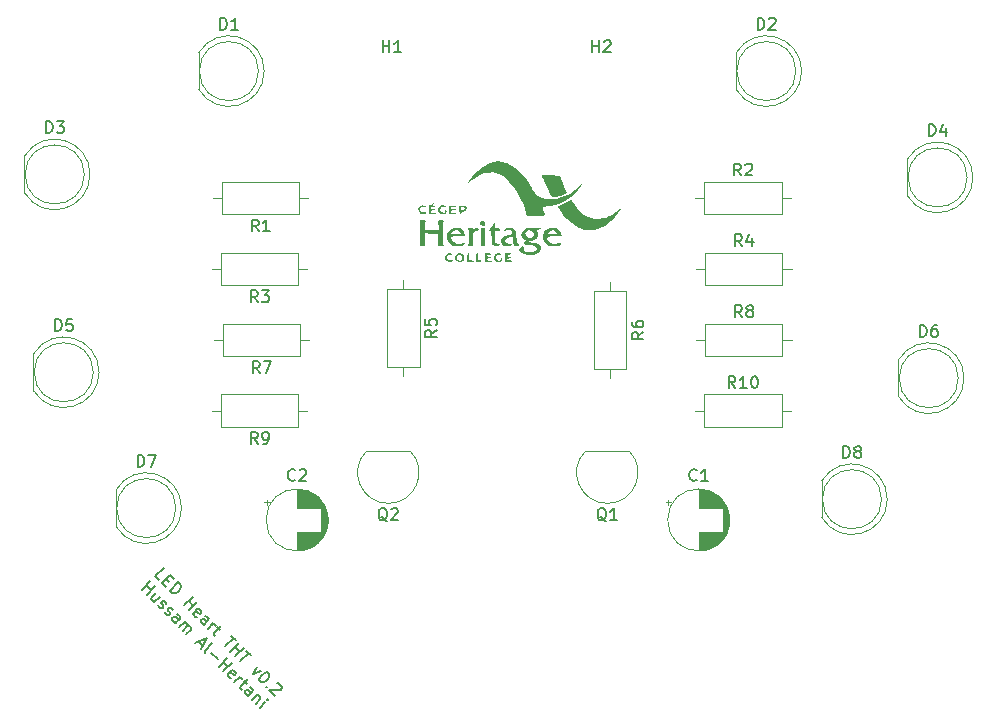
<source format=gto>
%TF.GenerationSoftware,KiCad,Pcbnew,8.0.5*%
%TF.CreationDate,2024-09-25T11:06:07-04:00*%
%TF.ProjectId,HeartLEDTHT,48656172-744c-4454-9454-48542e6b6963,rev?*%
%TF.SameCoordinates,Original*%
%TF.FileFunction,Legend,Top*%
%TF.FilePolarity,Positive*%
%FSLAX46Y46*%
G04 Gerber Fmt 4.6, Leading zero omitted, Abs format (unit mm)*
G04 Created by KiCad (PCBNEW 8.0.5) date 2024-09-25 11:06:07*
%MOMM*%
%LPD*%
G01*
G04 APERTURE LIST*
%ADD10C,0.200000*%
%ADD11C,0.150000*%
%ADD12C,0.120000*%
%ADD13C,0.000000*%
G04 APERTURE END LIST*
D10*
X59330408Y-152115823D02*
X58993690Y-151779106D01*
X58993690Y-151779106D02*
X59700797Y-151071999D01*
X59936499Y-151981136D02*
X60172202Y-152216839D01*
X59902828Y-152688243D02*
X59566110Y-152351526D01*
X59566110Y-152351526D02*
X60273217Y-151644419D01*
X60273217Y-151644419D02*
X60609934Y-151981136D01*
X60205874Y-152991289D02*
X60912980Y-152284182D01*
X60912980Y-152284182D02*
X61081339Y-152452541D01*
X61081339Y-152452541D02*
X61148683Y-152587228D01*
X61148683Y-152587228D02*
X61148683Y-152721915D01*
X61148683Y-152721915D02*
X61115011Y-152822930D01*
X61115011Y-152822930D02*
X61013996Y-152991289D01*
X61013996Y-152991289D02*
X60912980Y-153092304D01*
X60912980Y-153092304D02*
X60744622Y-153193319D01*
X60744622Y-153193319D02*
X60643606Y-153226991D01*
X60643606Y-153226991D02*
X60508919Y-153226991D01*
X60508919Y-153226991D02*
X60374232Y-153159648D01*
X60374232Y-153159648D02*
X60205874Y-152991289D01*
X61451728Y-154237144D02*
X62158835Y-153530037D01*
X61822118Y-153866755D02*
X62226179Y-154270816D01*
X61855790Y-154641205D02*
X62562896Y-153934098D01*
X62495553Y-155213625D02*
X62394538Y-155179953D01*
X62394538Y-155179953D02*
X62259850Y-155045266D01*
X62259850Y-155045266D02*
X62226179Y-154944251D01*
X62226179Y-154944251D02*
X62259850Y-154843235D01*
X62259850Y-154843235D02*
X62529225Y-154573861D01*
X62529225Y-154573861D02*
X62630240Y-154540190D01*
X62630240Y-154540190D02*
X62731255Y-154573861D01*
X62731255Y-154573861D02*
X62865942Y-154708548D01*
X62865942Y-154708548D02*
X62899614Y-154809564D01*
X62899614Y-154809564D02*
X62865942Y-154910579D01*
X62865942Y-154910579D02*
X62798599Y-154977922D01*
X62798599Y-154977922D02*
X62394538Y-154708548D01*
X63101644Y-155887060D02*
X63472034Y-155516670D01*
X63472034Y-155516670D02*
X63505705Y-155415655D01*
X63505705Y-155415655D02*
X63472034Y-155314640D01*
X63472034Y-155314640D02*
X63337347Y-155179953D01*
X63337347Y-155179953D02*
X63236331Y-155146281D01*
X63135316Y-155853388D02*
X63034301Y-155819716D01*
X63034301Y-155819716D02*
X62865942Y-155651358D01*
X62865942Y-155651358D02*
X62832270Y-155550342D01*
X62832270Y-155550342D02*
X62865942Y-155449327D01*
X62865942Y-155449327D02*
X62933286Y-155381983D01*
X62933286Y-155381983D02*
X63034301Y-155348312D01*
X63034301Y-155348312D02*
X63135316Y-155381983D01*
X63135316Y-155381983D02*
X63303675Y-155550342D01*
X63303675Y-155550342D02*
X63404690Y-155584014D01*
X63438362Y-156223777D02*
X63909766Y-155752373D01*
X63775079Y-155887060D02*
X63876095Y-155853388D01*
X63876095Y-155853388D02*
X63943438Y-155853388D01*
X63943438Y-155853388D02*
X64044453Y-155887060D01*
X64044453Y-155887060D02*
X64111797Y-155954403D01*
X64246484Y-156089091D02*
X64515858Y-156358465D01*
X64583202Y-155954404D02*
X63977110Y-156560495D01*
X63977110Y-156560495D02*
X63943439Y-156661510D01*
X63943439Y-156661510D02*
X63977110Y-156762526D01*
X63977110Y-156762526D02*
X64044454Y-156829869D01*
X65424996Y-156796198D02*
X65829057Y-157200259D01*
X64919920Y-157705335D02*
X65627027Y-156998228D01*
X65357653Y-158143068D02*
X66064759Y-157435961D01*
X65728042Y-157772679D02*
X66132103Y-158176740D01*
X65761714Y-158547129D02*
X66468821Y-157840022D01*
X66704523Y-158075725D02*
X67108584Y-158479786D01*
X66199446Y-158984862D02*
X66906553Y-158277755D01*
X67579989Y-159422595D02*
X67276943Y-160062358D01*
X67276943Y-160062358D02*
X67916706Y-159759312D01*
X68556470Y-159927671D02*
X68623813Y-159995015D01*
X68623813Y-159995015D02*
X68657485Y-160096030D01*
X68657485Y-160096030D02*
X68657485Y-160163374D01*
X68657485Y-160163374D02*
X68623813Y-160264389D01*
X68623813Y-160264389D02*
X68522798Y-160432748D01*
X68522798Y-160432748D02*
X68354439Y-160601106D01*
X68354439Y-160601106D02*
X68186080Y-160702122D01*
X68186080Y-160702122D02*
X68085065Y-160735793D01*
X68085065Y-160735793D02*
X68017722Y-160735793D01*
X68017722Y-160735793D02*
X67916706Y-160702122D01*
X67916706Y-160702122D02*
X67849363Y-160634778D01*
X67849363Y-160634778D02*
X67815691Y-160533763D01*
X67815691Y-160533763D02*
X67815691Y-160466419D01*
X67815691Y-160466419D02*
X67849363Y-160365404D01*
X67849363Y-160365404D02*
X67950378Y-160197045D01*
X67950378Y-160197045D02*
X68118737Y-160028687D01*
X68118737Y-160028687D02*
X68287096Y-159927671D01*
X68287096Y-159927671D02*
X68388111Y-159894000D01*
X68388111Y-159894000D02*
X68455454Y-159894000D01*
X68455454Y-159894000D02*
X68556470Y-159927671D01*
X68455454Y-161106183D02*
X68455454Y-161173526D01*
X68455454Y-161173526D02*
X68388111Y-161173526D01*
X68388111Y-161173526D02*
X68388111Y-161106183D01*
X68388111Y-161106183D02*
X68455454Y-161106183D01*
X68455454Y-161106183D02*
X68388111Y-161173526D01*
X69330920Y-160836808D02*
X69398263Y-160836808D01*
X69398263Y-160836808D02*
X69499278Y-160870480D01*
X69499278Y-160870480D02*
X69667637Y-161038839D01*
X69667637Y-161038839D02*
X69701309Y-161139854D01*
X69701309Y-161139854D02*
X69701309Y-161207198D01*
X69701309Y-161207198D02*
X69667637Y-161308213D01*
X69667637Y-161308213D02*
X69600294Y-161375556D01*
X69600294Y-161375556D02*
X69465607Y-161442900D01*
X69465607Y-161442900D02*
X68657485Y-161442900D01*
X68657485Y-161442900D02*
X69095217Y-161880633D01*
X57855288Y-152917508D02*
X58562395Y-152210401D01*
X58225678Y-152547118D02*
X58629739Y-152951179D01*
X58259349Y-153321569D02*
X58966456Y-152614462D01*
X59370517Y-153489927D02*
X58899113Y-153961332D01*
X59067471Y-153186882D02*
X58697082Y-153557271D01*
X58697082Y-153557271D02*
X58663410Y-153658286D01*
X58663410Y-153658286D02*
X58697082Y-153759301D01*
X58697082Y-153759301D02*
X58798097Y-153860317D01*
X58798097Y-153860317D02*
X58899113Y-153893988D01*
X58899113Y-153893988D02*
X58966456Y-153893988D01*
X59235830Y-154230706D02*
X59269502Y-154331721D01*
X59269502Y-154331721D02*
X59404189Y-154466408D01*
X59404189Y-154466408D02*
X59505204Y-154500080D01*
X59505204Y-154500080D02*
X59606219Y-154466408D01*
X59606219Y-154466408D02*
X59639891Y-154432736D01*
X59639891Y-154432736D02*
X59673563Y-154331721D01*
X59673563Y-154331721D02*
X59639891Y-154230706D01*
X59639891Y-154230706D02*
X59538876Y-154129691D01*
X59538876Y-154129691D02*
X59505204Y-154028675D01*
X59505204Y-154028675D02*
X59538876Y-153927660D01*
X59538876Y-153927660D02*
X59572548Y-153893988D01*
X59572548Y-153893988D02*
X59673563Y-153860317D01*
X59673563Y-153860317D02*
X59774578Y-153893988D01*
X59774578Y-153893988D02*
X59875593Y-153995004D01*
X59875593Y-153995004D02*
X59909265Y-154096019D01*
X59808250Y-154803126D02*
X59841922Y-154904141D01*
X59841922Y-154904141D02*
X59976609Y-155038828D01*
X59976609Y-155038828D02*
X60077624Y-155072500D01*
X60077624Y-155072500D02*
X60178639Y-155038828D01*
X60178639Y-155038828D02*
X60212311Y-155005156D01*
X60212311Y-155005156D02*
X60245983Y-154904141D01*
X60245983Y-154904141D02*
X60212311Y-154803126D01*
X60212311Y-154803126D02*
X60111296Y-154702111D01*
X60111296Y-154702111D02*
X60077624Y-154601095D01*
X60077624Y-154601095D02*
X60111296Y-154500080D01*
X60111296Y-154500080D02*
X60144968Y-154466408D01*
X60144968Y-154466408D02*
X60245983Y-154432737D01*
X60245983Y-154432737D02*
X60346998Y-154466408D01*
X60346998Y-154466408D02*
X60448013Y-154567424D01*
X60448013Y-154567424D02*
X60481685Y-154668439D01*
X60683716Y-155745935D02*
X61054105Y-155375546D01*
X61054105Y-155375546D02*
X61087777Y-155274531D01*
X61087777Y-155274531D02*
X61054105Y-155173515D01*
X61054105Y-155173515D02*
X60919418Y-155038828D01*
X60919418Y-155038828D02*
X60818403Y-155005157D01*
X60717387Y-155712263D02*
X60616372Y-155678592D01*
X60616372Y-155678592D02*
X60448013Y-155510233D01*
X60448013Y-155510233D02*
X60414342Y-155409218D01*
X60414342Y-155409218D02*
X60448013Y-155308202D01*
X60448013Y-155308202D02*
X60515357Y-155240859D01*
X60515357Y-155240859D02*
X60616372Y-155207187D01*
X60616372Y-155207187D02*
X60717387Y-155240859D01*
X60717387Y-155240859D02*
X60885746Y-155409218D01*
X60885746Y-155409218D02*
X60986761Y-155442889D01*
X61020433Y-156082653D02*
X61491838Y-155611248D01*
X61424494Y-155678592D02*
X61491838Y-155678592D01*
X61491838Y-155678592D02*
X61592853Y-155712263D01*
X61592853Y-155712263D02*
X61693868Y-155813279D01*
X61693868Y-155813279D02*
X61727540Y-155914294D01*
X61727540Y-155914294D02*
X61693868Y-156015309D01*
X61693868Y-156015309D02*
X61323479Y-156385698D01*
X61693868Y-156015309D02*
X61794884Y-155981637D01*
X61794884Y-155981637D02*
X61895899Y-156015309D01*
X61895899Y-156015309D02*
X61996914Y-156116324D01*
X61996914Y-156116324D02*
X62030586Y-156217340D01*
X62030586Y-156217340D02*
X61996914Y-156318355D01*
X61996914Y-156318355D02*
X61626525Y-156688744D01*
X62670349Y-157328507D02*
X63007067Y-157665225D01*
X62400975Y-157463194D02*
X63343784Y-156991790D01*
X63343784Y-156991790D02*
X62872380Y-157934599D01*
X63209097Y-158271317D02*
X63175425Y-158170301D01*
X63175425Y-158170301D02*
X63209097Y-158069286D01*
X63209097Y-158069286D02*
X63815189Y-157463194D01*
X63747846Y-158271317D02*
X64286594Y-158810065D01*
X64353937Y-159416156D02*
X65061044Y-158709049D01*
X64724326Y-159045767D02*
X65128387Y-159449828D01*
X64757998Y-159820217D02*
X65465105Y-159113110D01*
X65397761Y-160392637D02*
X65296746Y-160358965D01*
X65296746Y-160358965D02*
X65162059Y-160224278D01*
X65162059Y-160224278D02*
X65128387Y-160123263D01*
X65128387Y-160123263D02*
X65162059Y-160022248D01*
X65162059Y-160022248D02*
X65431433Y-159752874D01*
X65431433Y-159752874D02*
X65532448Y-159719202D01*
X65532448Y-159719202D02*
X65633463Y-159752874D01*
X65633463Y-159752874D02*
X65768150Y-159887561D01*
X65768150Y-159887561D02*
X65801822Y-159988576D01*
X65801822Y-159988576D02*
X65768150Y-160089591D01*
X65768150Y-160089591D02*
X65700807Y-160156935D01*
X65700807Y-160156935D02*
X65296746Y-159887561D01*
X65700807Y-160763026D02*
X66172212Y-160291622D01*
X66037525Y-160426309D02*
X66138540Y-160392637D01*
X66138540Y-160392637D02*
X66205883Y-160392637D01*
X66205883Y-160392637D02*
X66306899Y-160426309D01*
X66306899Y-160426309D02*
X66374242Y-160493652D01*
X66508929Y-160628340D02*
X66778303Y-160897714D01*
X66845647Y-160493653D02*
X66239555Y-161099744D01*
X66239555Y-161099744D02*
X66205884Y-161200759D01*
X66205884Y-161200759D02*
X66239555Y-161301775D01*
X66239555Y-161301775D02*
X66306899Y-161369118D01*
X66845647Y-161907867D02*
X67216036Y-161537477D01*
X67216036Y-161537477D02*
X67249708Y-161436462D01*
X67249708Y-161436462D02*
X67216036Y-161335447D01*
X67216036Y-161335447D02*
X67081349Y-161200760D01*
X67081349Y-161200760D02*
X66980334Y-161167088D01*
X66879319Y-161874195D02*
X66778304Y-161840523D01*
X66778304Y-161840523D02*
X66609945Y-161672164D01*
X66609945Y-161672164D02*
X66576273Y-161571149D01*
X66576273Y-161571149D02*
X66609945Y-161470134D01*
X66609945Y-161470134D02*
X66677288Y-161402790D01*
X66677288Y-161402790D02*
X66778304Y-161369118D01*
X66778304Y-161369118D02*
X66879319Y-161402790D01*
X66879319Y-161402790D02*
X67047678Y-161571149D01*
X67047678Y-161571149D02*
X67148693Y-161604821D01*
X67653769Y-161773180D02*
X67182365Y-162244584D01*
X67586426Y-161840523D02*
X67653769Y-161840523D01*
X67653769Y-161840523D02*
X67754784Y-161874195D01*
X67754784Y-161874195D02*
X67855800Y-161975210D01*
X67855800Y-161975210D02*
X67889471Y-162076225D01*
X67889471Y-162076225D02*
X67855800Y-162177241D01*
X67855800Y-162177241D02*
X67485410Y-162547630D01*
X67822128Y-162884347D02*
X68293533Y-162412943D01*
X68529235Y-162177241D02*
X68461891Y-162177241D01*
X68461891Y-162177241D02*
X68461891Y-162244584D01*
X68461891Y-162244584D02*
X68529235Y-162244584D01*
X68529235Y-162244584D02*
X68529235Y-162177241D01*
X68529235Y-162177241D02*
X68461891Y-162244584D01*
D11*
X49741905Y-114244819D02*
X49741905Y-113244819D01*
X49741905Y-113244819D02*
X49980000Y-113244819D01*
X49980000Y-113244819D02*
X50122857Y-113292438D01*
X50122857Y-113292438D02*
X50218095Y-113387676D01*
X50218095Y-113387676D02*
X50265714Y-113482914D01*
X50265714Y-113482914D02*
X50313333Y-113673390D01*
X50313333Y-113673390D02*
X50313333Y-113816247D01*
X50313333Y-113816247D02*
X50265714Y-114006723D01*
X50265714Y-114006723D02*
X50218095Y-114101961D01*
X50218095Y-114101961D02*
X50122857Y-114197200D01*
X50122857Y-114197200D02*
X49980000Y-114244819D01*
X49980000Y-114244819D02*
X49741905Y-114244819D01*
X50646667Y-113244819D02*
X51265714Y-113244819D01*
X51265714Y-113244819D02*
X50932381Y-113625771D01*
X50932381Y-113625771D02*
X51075238Y-113625771D01*
X51075238Y-113625771D02*
X51170476Y-113673390D01*
X51170476Y-113673390D02*
X51218095Y-113721009D01*
X51218095Y-113721009D02*
X51265714Y-113816247D01*
X51265714Y-113816247D02*
X51265714Y-114054342D01*
X51265714Y-114054342D02*
X51218095Y-114149580D01*
X51218095Y-114149580D02*
X51170476Y-114197200D01*
X51170476Y-114197200D02*
X51075238Y-114244819D01*
X51075238Y-114244819D02*
X50789524Y-114244819D01*
X50789524Y-114244819D02*
X50694286Y-114197200D01*
X50694286Y-114197200D02*
X50646667Y-114149580D01*
X108583333Y-117834819D02*
X108250000Y-117358628D01*
X108011905Y-117834819D02*
X108011905Y-116834819D01*
X108011905Y-116834819D02*
X108392857Y-116834819D01*
X108392857Y-116834819D02*
X108488095Y-116882438D01*
X108488095Y-116882438D02*
X108535714Y-116930057D01*
X108535714Y-116930057D02*
X108583333Y-117025295D01*
X108583333Y-117025295D02*
X108583333Y-117168152D01*
X108583333Y-117168152D02*
X108535714Y-117263390D01*
X108535714Y-117263390D02*
X108488095Y-117311009D01*
X108488095Y-117311009D02*
X108392857Y-117358628D01*
X108392857Y-117358628D02*
X108011905Y-117358628D01*
X108964286Y-116930057D02*
X109011905Y-116882438D01*
X109011905Y-116882438D02*
X109107143Y-116834819D01*
X109107143Y-116834819D02*
X109345238Y-116834819D01*
X109345238Y-116834819D02*
X109440476Y-116882438D01*
X109440476Y-116882438D02*
X109488095Y-116930057D01*
X109488095Y-116930057D02*
X109535714Y-117025295D01*
X109535714Y-117025295D02*
X109535714Y-117120533D01*
X109535714Y-117120533D02*
X109488095Y-117263390D01*
X109488095Y-117263390D02*
X108916667Y-117834819D01*
X108916667Y-117834819D02*
X109535714Y-117834819D01*
X67743333Y-122574819D02*
X67410000Y-122098628D01*
X67171905Y-122574819D02*
X67171905Y-121574819D01*
X67171905Y-121574819D02*
X67552857Y-121574819D01*
X67552857Y-121574819D02*
X67648095Y-121622438D01*
X67648095Y-121622438D02*
X67695714Y-121670057D01*
X67695714Y-121670057D02*
X67743333Y-121765295D01*
X67743333Y-121765295D02*
X67743333Y-121908152D01*
X67743333Y-121908152D02*
X67695714Y-122003390D01*
X67695714Y-122003390D02*
X67648095Y-122051009D01*
X67648095Y-122051009D02*
X67552857Y-122098628D01*
X67552857Y-122098628D02*
X67171905Y-122098628D01*
X68695714Y-122574819D02*
X68124286Y-122574819D01*
X68410000Y-122574819D02*
X68410000Y-121574819D01*
X68410000Y-121574819D02*
X68314762Y-121717676D01*
X68314762Y-121717676D02*
X68219524Y-121812914D01*
X68219524Y-121812914D02*
X68124286Y-121860533D01*
X108663333Y-123834819D02*
X108330000Y-123358628D01*
X108091905Y-123834819D02*
X108091905Y-122834819D01*
X108091905Y-122834819D02*
X108472857Y-122834819D01*
X108472857Y-122834819D02*
X108568095Y-122882438D01*
X108568095Y-122882438D02*
X108615714Y-122930057D01*
X108615714Y-122930057D02*
X108663333Y-123025295D01*
X108663333Y-123025295D02*
X108663333Y-123168152D01*
X108663333Y-123168152D02*
X108615714Y-123263390D01*
X108615714Y-123263390D02*
X108568095Y-123311009D01*
X108568095Y-123311009D02*
X108472857Y-123358628D01*
X108472857Y-123358628D02*
X108091905Y-123358628D01*
X109520476Y-123168152D02*
X109520476Y-123834819D01*
X109282381Y-122787200D02*
X109044286Y-123501485D01*
X109044286Y-123501485D02*
X109663333Y-123501485D01*
X67663333Y-140574819D02*
X67330000Y-140098628D01*
X67091905Y-140574819D02*
X67091905Y-139574819D01*
X67091905Y-139574819D02*
X67472857Y-139574819D01*
X67472857Y-139574819D02*
X67568095Y-139622438D01*
X67568095Y-139622438D02*
X67615714Y-139670057D01*
X67615714Y-139670057D02*
X67663333Y-139765295D01*
X67663333Y-139765295D02*
X67663333Y-139908152D01*
X67663333Y-139908152D02*
X67615714Y-140003390D01*
X67615714Y-140003390D02*
X67568095Y-140051009D01*
X67568095Y-140051009D02*
X67472857Y-140098628D01*
X67472857Y-140098628D02*
X67091905Y-140098628D01*
X68139524Y-140574819D02*
X68330000Y-140574819D01*
X68330000Y-140574819D02*
X68425238Y-140527200D01*
X68425238Y-140527200D02*
X68472857Y-140479580D01*
X68472857Y-140479580D02*
X68568095Y-140336723D01*
X68568095Y-140336723D02*
X68615714Y-140146247D01*
X68615714Y-140146247D02*
X68615714Y-139765295D01*
X68615714Y-139765295D02*
X68568095Y-139670057D01*
X68568095Y-139670057D02*
X68520476Y-139622438D01*
X68520476Y-139622438D02*
X68425238Y-139574819D01*
X68425238Y-139574819D02*
X68234762Y-139574819D01*
X68234762Y-139574819D02*
X68139524Y-139622438D01*
X68139524Y-139622438D02*
X68091905Y-139670057D01*
X68091905Y-139670057D02*
X68044286Y-139765295D01*
X68044286Y-139765295D02*
X68044286Y-140003390D01*
X68044286Y-140003390D02*
X68091905Y-140098628D01*
X68091905Y-140098628D02*
X68139524Y-140146247D01*
X68139524Y-140146247D02*
X68234762Y-140193866D01*
X68234762Y-140193866D02*
X68425238Y-140193866D01*
X68425238Y-140193866D02*
X68520476Y-140146247D01*
X68520476Y-140146247D02*
X68568095Y-140098628D01*
X68568095Y-140098628D02*
X68615714Y-140003390D01*
X123741905Y-131494819D02*
X123741905Y-130494819D01*
X123741905Y-130494819D02*
X123980000Y-130494819D01*
X123980000Y-130494819D02*
X124122857Y-130542438D01*
X124122857Y-130542438D02*
X124218095Y-130637676D01*
X124218095Y-130637676D02*
X124265714Y-130732914D01*
X124265714Y-130732914D02*
X124313333Y-130923390D01*
X124313333Y-130923390D02*
X124313333Y-131066247D01*
X124313333Y-131066247D02*
X124265714Y-131256723D01*
X124265714Y-131256723D02*
X124218095Y-131351961D01*
X124218095Y-131351961D02*
X124122857Y-131447200D01*
X124122857Y-131447200D02*
X123980000Y-131494819D01*
X123980000Y-131494819D02*
X123741905Y-131494819D01*
X125170476Y-130494819D02*
X124980000Y-130494819D01*
X124980000Y-130494819D02*
X124884762Y-130542438D01*
X124884762Y-130542438D02*
X124837143Y-130590057D01*
X124837143Y-130590057D02*
X124741905Y-130732914D01*
X124741905Y-130732914D02*
X124694286Y-130923390D01*
X124694286Y-130923390D02*
X124694286Y-131304342D01*
X124694286Y-131304342D02*
X124741905Y-131399580D01*
X124741905Y-131399580D02*
X124789524Y-131447200D01*
X124789524Y-131447200D02*
X124884762Y-131494819D01*
X124884762Y-131494819D02*
X125075238Y-131494819D01*
X125075238Y-131494819D02*
X125170476Y-131447200D01*
X125170476Y-131447200D02*
X125218095Y-131399580D01*
X125218095Y-131399580D02*
X125265714Y-131304342D01*
X125265714Y-131304342D02*
X125265714Y-131066247D01*
X125265714Y-131066247D02*
X125218095Y-130971009D01*
X125218095Y-130971009D02*
X125170476Y-130923390D01*
X125170476Y-130923390D02*
X125075238Y-130875771D01*
X125075238Y-130875771D02*
X124884762Y-130875771D01*
X124884762Y-130875771D02*
X124789524Y-130923390D01*
X124789524Y-130923390D02*
X124741905Y-130971009D01*
X124741905Y-130971009D02*
X124694286Y-131066247D01*
X100324819Y-131086666D02*
X99848628Y-131419999D01*
X100324819Y-131658094D02*
X99324819Y-131658094D01*
X99324819Y-131658094D02*
X99324819Y-131277142D01*
X99324819Y-131277142D02*
X99372438Y-131181904D01*
X99372438Y-131181904D02*
X99420057Y-131134285D01*
X99420057Y-131134285D02*
X99515295Y-131086666D01*
X99515295Y-131086666D02*
X99658152Y-131086666D01*
X99658152Y-131086666D02*
X99753390Y-131134285D01*
X99753390Y-131134285D02*
X99801009Y-131181904D01*
X99801009Y-131181904D02*
X99848628Y-131277142D01*
X99848628Y-131277142D02*
X99848628Y-131658094D01*
X99324819Y-130229523D02*
X99324819Y-130419999D01*
X99324819Y-130419999D02*
X99372438Y-130515237D01*
X99372438Y-130515237D02*
X99420057Y-130562856D01*
X99420057Y-130562856D02*
X99562914Y-130658094D01*
X99562914Y-130658094D02*
X99753390Y-130705713D01*
X99753390Y-130705713D02*
X100134342Y-130705713D01*
X100134342Y-130705713D02*
X100229580Y-130658094D01*
X100229580Y-130658094D02*
X100277200Y-130610475D01*
X100277200Y-130610475D02*
X100324819Y-130515237D01*
X100324819Y-130515237D02*
X100324819Y-130324761D01*
X100324819Y-130324761D02*
X100277200Y-130229523D01*
X100277200Y-130229523D02*
X100229580Y-130181904D01*
X100229580Y-130181904D02*
X100134342Y-130134285D01*
X100134342Y-130134285D02*
X99896247Y-130134285D01*
X99896247Y-130134285D02*
X99801009Y-130181904D01*
X99801009Y-130181904D02*
X99753390Y-130229523D01*
X99753390Y-130229523D02*
X99705771Y-130324761D01*
X99705771Y-130324761D02*
X99705771Y-130515237D01*
X99705771Y-130515237D02*
X99753390Y-130610475D01*
X99753390Y-130610475D02*
X99801009Y-130658094D01*
X99801009Y-130658094D02*
X99896247Y-130705713D01*
X124491905Y-114494819D02*
X124491905Y-113494819D01*
X124491905Y-113494819D02*
X124730000Y-113494819D01*
X124730000Y-113494819D02*
X124872857Y-113542438D01*
X124872857Y-113542438D02*
X124968095Y-113637676D01*
X124968095Y-113637676D02*
X125015714Y-113732914D01*
X125015714Y-113732914D02*
X125063333Y-113923390D01*
X125063333Y-113923390D02*
X125063333Y-114066247D01*
X125063333Y-114066247D02*
X125015714Y-114256723D01*
X125015714Y-114256723D02*
X124968095Y-114351961D01*
X124968095Y-114351961D02*
X124872857Y-114447200D01*
X124872857Y-114447200D02*
X124730000Y-114494819D01*
X124730000Y-114494819D02*
X124491905Y-114494819D01*
X125920476Y-113828152D02*
X125920476Y-114494819D01*
X125682381Y-113447200D02*
X125444286Y-114161485D01*
X125444286Y-114161485D02*
X126063333Y-114161485D01*
X104833333Y-143609580D02*
X104785714Y-143657200D01*
X104785714Y-143657200D02*
X104642857Y-143704819D01*
X104642857Y-143704819D02*
X104547619Y-143704819D01*
X104547619Y-143704819D02*
X104404762Y-143657200D01*
X104404762Y-143657200D02*
X104309524Y-143561961D01*
X104309524Y-143561961D02*
X104261905Y-143466723D01*
X104261905Y-143466723D02*
X104214286Y-143276247D01*
X104214286Y-143276247D02*
X104214286Y-143133390D01*
X104214286Y-143133390D02*
X104261905Y-142942914D01*
X104261905Y-142942914D02*
X104309524Y-142847676D01*
X104309524Y-142847676D02*
X104404762Y-142752438D01*
X104404762Y-142752438D02*
X104547619Y-142704819D01*
X104547619Y-142704819D02*
X104642857Y-142704819D01*
X104642857Y-142704819D02*
X104785714Y-142752438D01*
X104785714Y-142752438D02*
X104833333Y-142800057D01*
X105785714Y-143704819D02*
X105214286Y-143704819D01*
X105500000Y-143704819D02*
X105500000Y-142704819D01*
X105500000Y-142704819D02*
X105404762Y-142847676D01*
X105404762Y-142847676D02*
X105309524Y-142942914D01*
X105309524Y-142942914D02*
X105214286Y-142990533D01*
X117241905Y-141744819D02*
X117241905Y-140744819D01*
X117241905Y-140744819D02*
X117480000Y-140744819D01*
X117480000Y-140744819D02*
X117622857Y-140792438D01*
X117622857Y-140792438D02*
X117718095Y-140887676D01*
X117718095Y-140887676D02*
X117765714Y-140982914D01*
X117765714Y-140982914D02*
X117813333Y-141173390D01*
X117813333Y-141173390D02*
X117813333Y-141316247D01*
X117813333Y-141316247D02*
X117765714Y-141506723D01*
X117765714Y-141506723D02*
X117718095Y-141601961D01*
X117718095Y-141601961D02*
X117622857Y-141697200D01*
X117622857Y-141697200D02*
X117480000Y-141744819D01*
X117480000Y-141744819D02*
X117241905Y-141744819D01*
X118384762Y-141173390D02*
X118289524Y-141125771D01*
X118289524Y-141125771D02*
X118241905Y-141078152D01*
X118241905Y-141078152D02*
X118194286Y-140982914D01*
X118194286Y-140982914D02*
X118194286Y-140935295D01*
X118194286Y-140935295D02*
X118241905Y-140840057D01*
X118241905Y-140840057D02*
X118289524Y-140792438D01*
X118289524Y-140792438D02*
X118384762Y-140744819D01*
X118384762Y-140744819D02*
X118575238Y-140744819D01*
X118575238Y-140744819D02*
X118670476Y-140792438D01*
X118670476Y-140792438D02*
X118718095Y-140840057D01*
X118718095Y-140840057D02*
X118765714Y-140935295D01*
X118765714Y-140935295D02*
X118765714Y-140982914D01*
X118765714Y-140982914D02*
X118718095Y-141078152D01*
X118718095Y-141078152D02*
X118670476Y-141125771D01*
X118670476Y-141125771D02*
X118575238Y-141173390D01*
X118575238Y-141173390D02*
X118384762Y-141173390D01*
X118384762Y-141173390D02*
X118289524Y-141221009D01*
X118289524Y-141221009D02*
X118241905Y-141268628D01*
X118241905Y-141268628D02*
X118194286Y-141363866D01*
X118194286Y-141363866D02*
X118194286Y-141554342D01*
X118194286Y-141554342D02*
X118241905Y-141649580D01*
X118241905Y-141649580D02*
X118289524Y-141697200D01*
X118289524Y-141697200D02*
X118384762Y-141744819D01*
X118384762Y-141744819D02*
X118575238Y-141744819D01*
X118575238Y-141744819D02*
X118670476Y-141697200D01*
X118670476Y-141697200D02*
X118718095Y-141649580D01*
X118718095Y-141649580D02*
X118765714Y-141554342D01*
X118765714Y-141554342D02*
X118765714Y-141363866D01*
X118765714Y-141363866D02*
X118718095Y-141268628D01*
X118718095Y-141268628D02*
X118670476Y-141221009D01*
X118670476Y-141221009D02*
X118575238Y-141173390D01*
X67663333Y-128574819D02*
X67330000Y-128098628D01*
X67091905Y-128574819D02*
X67091905Y-127574819D01*
X67091905Y-127574819D02*
X67472857Y-127574819D01*
X67472857Y-127574819D02*
X67568095Y-127622438D01*
X67568095Y-127622438D02*
X67615714Y-127670057D01*
X67615714Y-127670057D02*
X67663333Y-127765295D01*
X67663333Y-127765295D02*
X67663333Y-127908152D01*
X67663333Y-127908152D02*
X67615714Y-128003390D01*
X67615714Y-128003390D02*
X67568095Y-128051009D01*
X67568095Y-128051009D02*
X67472857Y-128098628D01*
X67472857Y-128098628D02*
X67091905Y-128098628D01*
X67996667Y-127574819D02*
X68615714Y-127574819D01*
X68615714Y-127574819D02*
X68282381Y-127955771D01*
X68282381Y-127955771D02*
X68425238Y-127955771D01*
X68425238Y-127955771D02*
X68520476Y-128003390D01*
X68520476Y-128003390D02*
X68568095Y-128051009D01*
X68568095Y-128051009D02*
X68615714Y-128146247D01*
X68615714Y-128146247D02*
X68615714Y-128384342D01*
X68615714Y-128384342D02*
X68568095Y-128479580D01*
X68568095Y-128479580D02*
X68520476Y-128527200D01*
X68520476Y-128527200D02*
X68425238Y-128574819D01*
X68425238Y-128574819D02*
X68139524Y-128574819D01*
X68139524Y-128574819D02*
X68044286Y-128527200D01*
X68044286Y-128527200D02*
X67996667Y-128479580D01*
X108107142Y-135834819D02*
X107773809Y-135358628D01*
X107535714Y-135834819D02*
X107535714Y-134834819D01*
X107535714Y-134834819D02*
X107916666Y-134834819D01*
X107916666Y-134834819D02*
X108011904Y-134882438D01*
X108011904Y-134882438D02*
X108059523Y-134930057D01*
X108059523Y-134930057D02*
X108107142Y-135025295D01*
X108107142Y-135025295D02*
X108107142Y-135168152D01*
X108107142Y-135168152D02*
X108059523Y-135263390D01*
X108059523Y-135263390D02*
X108011904Y-135311009D01*
X108011904Y-135311009D02*
X107916666Y-135358628D01*
X107916666Y-135358628D02*
X107535714Y-135358628D01*
X109059523Y-135834819D02*
X108488095Y-135834819D01*
X108773809Y-135834819D02*
X108773809Y-134834819D01*
X108773809Y-134834819D02*
X108678571Y-134977676D01*
X108678571Y-134977676D02*
X108583333Y-135072914D01*
X108583333Y-135072914D02*
X108488095Y-135120533D01*
X109678571Y-134834819D02*
X109773809Y-134834819D01*
X109773809Y-134834819D02*
X109869047Y-134882438D01*
X109869047Y-134882438D02*
X109916666Y-134930057D01*
X109916666Y-134930057D02*
X109964285Y-135025295D01*
X109964285Y-135025295D02*
X110011904Y-135215771D01*
X110011904Y-135215771D02*
X110011904Y-135453866D01*
X110011904Y-135453866D02*
X109964285Y-135644342D01*
X109964285Y-135644342D02*
X109916666Y-135739580D01*
X109916666Y-135739580D02*
X109869047Y-135787200D01*
X109869047Y-135787200D02*
X109773809Y-135834819D01*
X109773809Y-135834819D02*
X109678571Y-135834819D01*
X109678571Y-135834819D02*
X109583333Y-135787200D01*
X109583333Y-135787200D02*
X109535714Y-135739580D01*
X109535714Y-135739580D02*
X109488095Y-135644342D01*
X109488095Y-135644342D02*
X109440476Y-135453866D01*
X109440476Y-135453866D02*
X109440476Y-135215771D01*
X109440476Y-135215771D02*
X109488095Y-135025295D01*
X109488095Y-135025295D02*
X109535714Y-134930057D01*
X109535714Y-134930057D02*
X109583333Y-134882438D01*
X109583333Y-134882438D02*
X109678571Y-134834819D01*
X78634761Y-147110057D02*
X78539523Y-147062438D01*
X78539523Y-147062438D02*
X78444285Y-146967200D01*
X78444285Y-146967200D02*
X78301428Y-146824342D01*
X78301428Y-146824342D02*
X78206190Y-146776723D01*
X78206190Y-146776723D02*
X78110952Y-146776723D01*
X78158571Y-147014819D02*
X78063333Y-146967200D01*
X78063333Y-146967200D02*
X77968095Y-146871961D01*
X77968095Y-146871961D02*
X77920476Y-146681485D01*
X77920476Y-146681485D02*
X77920476Y-146348152D01*
X77920476Y-146348152D02*
X77968095Y-146157676D01*
X77968095Y-146157676D02*
X78063333Y-146062438D01*
X78063333Y-146062438D02*
X78158571Y-146014819D01*
X78158571Y-146014819D02*
X78349047Y-146014819D01*
X78349047Y-146014819D02*
X78444285Y-146062438D01*
X78444285Y-146062438D02*
X78539523Y-146157676D01*
X78539523Y-146157676D02*
X78587142Y-146348152D01*
X78587142Y-146348152D02*
X78587142Y-146681485D01*
X78587142Y-146681485D02*
X78539523Y-146871961D01*
X78539523Y-146871961D02*
X78444285Y-146967200D01*
X78444285Y-146967200D02*
X78349047Y-147014819D01*
X78349047Y-147014819D02*
X78158571Y-147014819D01*
X78968095Y-146110057D02*
X79015714Y-146062438D01*
X79015714Y-146062438D02*
X79110952Y-146014819D01*
X79110952Y-146014819D02*
X79349047Y-146014819D01*
X79349047Y-146014819D02*
X79444285Y-146062438D01*
X79444285Y-146062438D02*
X79491904Y-146110057D01*
X79491904Y-146110057D02*
X79539523Y-146205295D01*
X79539523Y-146205295D02*
X79539523Y-146300533D01*
X79539523Y-146300533D02*
X79491904Y-146443390D01*
X79491904Y-146443390D02*
X78920476Y-147014819D01*
X78920476Y-147014819D02*
X79539523Y-147014819D01*
X95988095Y-107404819D02*
X95988095Y-106404819D01*
X95988095Y-106881009D02*
X96559523Y-106881009D01*
X96559523Y-107404819D02*
X96559523Y-106404819D01*
X96988095Y-106500057D02*
X97035714Y-106452438D01*
X97035714Y-106452438D02*
X97130952Y-106404819D01*
X97130952Y-106404819D02*
X97369047Y-106404819D01*
X97369047Y-106404819D02*
X97464285Y-106452438D01*
X97464285Y-106452438D02*
X97511904Y-106500057D01*
X97511904Y-106500057D02*
X97559523Y-106595295D01*
X97559523Y-106595295D02*
X97559523Y-106690533D01*
X97559523Y-106690533D02*
X97511904Y-106833390D01*
X97511904Y-106833390D02*
X96940476Y-107404819D01*
X96940476Y-107404819D02*
X97559523Y-107404819D01*
X78238095Y-107404819D02*
X78238095Y-106404819D01*
X78238095Y-106881009D02*
X78809523Y-106881009D01*
X78809523Y-107404819D02*
X78809523Y-106404819D01*
X79809523Y-107404819D02*
X79238095Y-107404819D01*
X79523809Y-107404819D02*
X79523809Y-106404819D01*
X79523809Y-106404819D02*
X79428571Y-106547676D01*
X79428571Y-106547676D02*
X79333333Y-106642914D01*
X79333333Y-106642914D02*
X79238095Y-106690533D01*
X70833333Y-143609580D02*
X70785714Y-143657200D01*
X70785714Y-143657200D02*
X70642857Y-143704819D01*
X70642857Y-143704819D02*
X70547619Y-143704819D01*
X70547619Y-143704819D02*
X70404762Y-143657200D01*
X70404762Y-143657200D02*
X70309524Y-143561961D01*
X70309524Y-143561961D02*
X70261905Y-143466723D01*
X70261905Y-143466723D02*
X70214286Y-143276247D01*
X70214286Y-143276247D02*
X70214286Y-143133390D01*
X70214286Y-143133390D02*
X70261905Y-142942914D01*
X70261905Y-142942914D02*
X70309524Y-142847676D01*
X70309524Y-142847676D02*
X70404762Y-142752438D01*
X70404762Y-142752438D02*
X70547619Y-142704819D01*
X70547619Y-142704819D02*
X70642857Y-142704819D01*
X70642857Y-142704819D02*
X70785714Y-142752438D01*
X70785714Y-142752438D02*
X70833333Y-142800057D01*
X71214286Y-142800057D02*
X71261905Y-142752438D01*
X71261905Y-142752438D02*
X71357143Y-142704819D01*
X71357143Y-142704819D02*
X71595238Y-142704819D01*
X71595238Y-142704819D02*
X71690476Y-142752438D01*
X71690476Y-142752438D02*
X71738095Y-142800057D01*
X71738095Y-142800057D02*
X71785714Y-142895295D01*
X71785714Y-142895295D02*
X71785714Y-142990533D01*
X71785714Y-142990533D02*
X71738095Y-143133390D01*
X71738095Y-143133390D02*
X71166667Y-143704819D01*
X71166667Y-143704819D02*
X71785714Y-143704819D01*
X50506905Y-130994819D02*
X50506905Y-129994819D01*
X50506905Y-129994819D02*
X50745000Y-129994819D01*
X50745000Y-129994819D02*
X50887857Y-130042438D01*
X50887857Y-130042438D02*
X50983095Y-130137676D01*
X50983095Y-130137676D02*
X51030714Y-130232914D01*
X51030714Y-130232914D02*
X51078333Y-130423390D01*
X51078333Y-130423390D02*
X51078333Y-130566247D01*
X51078333Y-130566247D02*
X51030714Y-130756723D01*
X51030714Y-130756723D02*
X50983095Y-130851961D01*
X50983095Y-130851961D02*
X50887857Y-130947200D01*
X50887857Y-130947200D02*
X50745000Y-130994819D01*
X50745000Y-130994819D02*
X50506905Y-130994819D01*
X51983095Y-129994819D02*
X51506905Y-129994819D01*
X51506905Y-129994819D02*
X51459286Y-130471009D01*
X51459286Y-130471009D02*
X51506905Y-130423390D01*
X51506905Y-130423390D02*
X51602143Y-130375771D01*
X51602143Y-130375771D02*
X51840238Y-130375771D01*
X51840238Y-130375771D02*
X51935476Y-130423390D01*
X51935476Y-130423390D02*
X51983095Y-130471009D01*
X51983095Y-130471009D02*
X52030714Y-130566247D01*
X52030714Y-130566247D02*
X52030714Y-130804342D01*
X52030714Y-130804342D02*
X51983095Y-130899580D01*
X51983095Y-130899580D02*
X51935476Y-130947200D01*
X51935476Y-130947200D02*
X51840238Y-130994819D01*
X51840238Y-130994819D02*
X51602143Y-130994819D01*
X51602143Y-130994819D02*
X51506905Y-130947200D01*
X51506905Y-130947200D02*
X51459286Y-130899580D01*
X82824819Y-130916666D02*
X82348628Y-131249999D01*
X82824819Y-131488094D02*
X81824819Y-131488094D01*
X81824819Y-131488094D02*
X81824819Y-131107142D01*
X81824819Y-131107142D02*
X81872438Y-131011904D01*
X81872438Y-131011904D02*
X81920057Y-130964285D01*
X81920057Y-130964285D02*
X82015295Y-130916666D01*
X82015295Y-130916666D02*
X82158152Y-130916666D01*
X82158152Y-130916666D02*
X82253390Y-130964285D01*
X82253390Y-130964285D02*
X82301009Y-131011904D01*
X82301009Y-131011904D02*
X82348628Y-131107142D01*
X82348628Y-131107142D02*
X82348628Y-131488094D01*
X81824819Y-130011904D02*
X81824819Y-130488094D01*
X81824819Y-130488094D02*
X82301009Y-130535713D01*
X82301009Y-130535713D02*
X82253390Y-130488094D01*
X82253390Y-130488094D02*
X82205771Y-130392856D01*
X82205771Y-130392856D02*
X82205771Y-130154761D01*
X82205771Y-130154761D02*
X82253390Y-130059523D01*
X82253390Y-130059523D02*
X82301009Y-130011904D01*
X82301009Y-130011904D02*
X82396247Y-129964285D01*
X82396247Y-129964285D02*
X82634342Y-129964285D01*
X82634342Y-129964285D02*
X82729580Y-130011904D01*
X82729580Y-130011904D02*
X82777200Y-130059523D01*
X82777200Y-130059523D02*
X82824819Y-130154761D01*
X82824819Y-130154761D02*
X82824819Y-130392856D01*
X82824819Y-130392856D02*
X82777200Y-130488094D01*
X82777200Y-130488094D02*
X82729580Y-130535713D01*
X109991905Y-105494819D02*
X109991905Y-104494819D01*
X109991905Y-104494819D02*
X110230000Y-104494819D01*
X110230000Y-104494819D02*
X110372857Y-104542438D01*
X110372857Y-104542438D02*
X110468095Y-104637676D01*
X110468095Y-104637676D02*
X110515714Y-104732914D01*
X110515714Y-104732914D02*
X110563333Y-104923390D01*
X110563333Y-104923390D02*
X110563333Y-105066247D01*
X110563333Y-105066247D02*
X110515714Y-105256723D01*
X110515714Y-105256723D02*
X110468095Y-105351961D01*
X110468095Y-105351961D02*
X110372857Y-105447200D01*
X110372857Y-105447200D02*
X110230000Y-105494819D01*
X110230000Y-105494819D02*
X109991905Y-105494819D01*
X110944286Y-104590057D02*
X110991905Y-104542438D01*
X110991905Y-104542438D02*
X111087143Y-104494819D01*
X111087143Y-104494819D02*
X111325238Y-104494819D01*
X111325238Y-104494819D02*
X111420476Y-104542438D01*
X111420476Y-104542438D02*
X111468095Y-104590057D01*
X111468095Y-104590057D02*
X111515714Y-104685295D01*
X111515714Y-104685295D02*
X111515714Y-104780533D01*
X111515714Y-104780533D02*
X111468095Y-104923390D01*
X111468095Y-104923390D02*
X110896667Y-105494819D01*
X110896667Y-105494819D02*
X111515714Y-105494819D01*
X97174761Y-147110057D02*
X97079523Y-147062438D01*
X97079523Y-147062438D02*
X96984285Y-146967200D01*
X96984285Y-146967200D02*
X96841428Y-146824342D01*
X96841428Y-146824342D02*
X96746190Y-146776723D01*
X96746190Y-146776723D02*
X96650952Y-146776723D01*
X96698571Y-147014819D02*
X96603333Y-146967200D01*
X96603333Y-146967200D02*
X96508095Y-146871961D01*
X96508095Y-146871961D02*
X96460476Y-146681485D01*
X96460476Y-146681485D02*
X96460476Y-146348152D01*
X96460476Y-146348152D02*
X96508095Y-146157676D01*
X96508095Y-146157676D02*
X96603333Y-146062438D01*
X96603333Y-146062438D02*
X96698571Y-146014819D01*
X96698571Y-146014819D02*
X96889047Y-146014819D01*
X96889047Y-146014819D02*
X96984285Y-146062438D01*
X96984285Y-146062438D02*
X97079523Y-146157676D01*
X97079523Y-146157676D02*
X97127142Y-146348152D01*
X97127142Y-146348152D02*
X97127142Y-146681485D01*
X97127142Y-146681485D02*
X97079523Y-146871961D01*
X97079523Y-146871961D02*
X96984285Y-146967200D01*
X96984285Y-146967200D02*
X96889047Y-147014819D01*
X96889047Y-147014819D02*
X96698571Y-147014819D01*
X98079523Y-147014819D02*
X97508095Y-147014819D01*
X97793809Y-147014819D02*
X97793809Y-146014819D01*
X97793809Y-146014819D02*
X97698571Y-146157676D01*
X97698571Y-146157676D02*
X97603333Y-146252914D01*
X97603333Y-146252914D02*
X97508095Y-146300533D01*
X108663333Y-129834819D02*
X108330000Y-129358628D01*
X108091905Y-129834819D02*
X108091905Y-128834819D01*
X108091905Y-128834819D02*
X108472857Y-128834819D01*
X108472857Y-128834819D02*
X108568095Y-128882438D01*
X108568095Y-128882438D02*
X108615714Y-128930057D01*
X108615714Y-128930057D02*
X108663333Y-129025295D01*
X108663333Y-129025295D02*
X108663333Y-129168152D01*
X108663333Y-129168152D02*
X108615714Y-129263390D01*
X108615714Y-129263390D02*
X108568095Y-129311009D01*
X108568095Y-129311009D02*
X108472857Y-129358628D01*
X108472857Y-129358628D02*
X108091905Y-129358628D01*
X109234762Y-129263390D02*
X109139524Y-129215771D01*
X109139524Y-129215771D02*
X109091905Y-129168152D01*
X109091905Y-129168152D02*
X109044286Y-129072914D01*
X109044286Y-129072914D02*
X109044286Y-129025295D01*
X109044286Y-129025295D02*
X109091905Y-128930057D01*
X109091905Y-128930057D02*
X109139524Y-128882438D01*
X109139524Y-128882438D02*
X109234762Y-128834819D01*
X109234762Y-128834819D02*
X109425238Y-128834819D01*
X109425238Y-128834819D02*
X109520476Y-128882438D01*
X109520476Y-128882438D02*
X109568095Y-128930057D01*
X109568095Y-128930057D02*
X109615714Y-129025295D01*
X109615714Y-129025295D02*
X109615714Y-129072914D01*
X109615714Y-129072914D02*
X109568095Y-129168152D01*
X109568095Y-129168152D02*
X109520476Y-129215771D01*
X109520476Y-129215771D02*
X109425238Y-129263390D01*
X109425238Y-129263390D02*
X109234762Y-129263390D01*
X109234762Y-129263390D02*
X109139524Y-129311009D01*
X109139524Y-129311009D02*
X109091905Y-129358628D01*
X109091905Y-129358628D02*
X109044286Y-129453866D01*
X109044286Y-129453866D02*
X109044286Y-129644342D01*
X109044286Y-129644342D02*
X109091905Y-129739580D01*
X109091905Y-129739580D02*
X109139524Y-129787200D01*
X109139524Y-129787200D02*
X109234762Y-129834819D01*
X109234762Y-129834819D02*
X109425238Y-129834819D01*
X109425238Y-129834819D02*
X109520476Y-129787200D01*
X109520476Y-129787200D02*
X109568095Y-129739580D01*
X109568095Y-129739580D02*
X109615714Y-129644342D01*
X109615714Y-129644342D02*
X109615714Y-129453866D01*
X109615714Y-129453866D02*
X109568095Y-129358628D01*
X109568095Y-129358628D02*
X109520476Y-129311009D01*
X109520476Y-129311009D02*
X109425238Y-129263390D01*
X57491905Y-142494819D02*
X57491905Y-141494819D01*
X57491905Y-141494819D02*
X57730000Y-141494819D01*
X57730000Y-141494819D02*
X57872857Y-141542438D01*
X57872857Y-141542438D02*
X57968095Y-141637676D01*
X57968095Y-141637676D02*
X58015714Y-141732914D01*
X58015714Y-141732914D02*
X58063333Y-141923390D01*
X58063333Y-141923390D02*
X58063333Y-142066247D01*
X58063333Y-142066247D02*
X58015714Y-142256723D01*
X58015714Y-142256723D02*
X57968095Y-142351961D01*
X57968095Y-142351961D02*
X57872857Y-142447200D01*
X57872857Y-142447200D02*
X57730000Y-142494819D01*
X57730000Y-142494819D02*
X57491905Y-142494819D01*
X58396667Y-141494819D02*
X59063333Y-141494819D01*
X59063333Y-141494819D02*
X58634762Y-142494819D01*
X67833333Y-134574819D02*
X67500000Y-134098628D01*
X67261905Y-134574819D02*
X67261905Y-133574819D01*
X67261905Y-133574819D02*
X67642857Y-133574819D01*
X67642857Y-133574819D02*
X67738095Y-133622438D01*
X67738095Y-133622438D02*
X67785714Y-133670057D01*
X67785714Y-133670057D02*
X67833333Y-133765295D01*
X67833333Y-133765295D02*
X67833333Y-133908152D01*
X67833333Y-133908152D02*
X67785714Y-134003390D01*
X67785714Y-134003390D02*
X67738095Y-134051009D01*
X67738095Y-134051009D02*
X67642857Y-134098628D01*
X67642857Y-134098628D02*
X67261905Y-134098628D01*
X68166667Y-133574819D02*
X68833333Y-133574819D01*
X68833333Y-133574819D02*
X68404762Y-134574819D01*
X64491905Y-105494819D02*
X64491905Y-104494819D01*
X64491905Y-104494819D02*
X64730000Y-104494819D01*
X64730000Y-104494819D02*
X64872857Y-104542438D01*
X64872857Y-104542438D02*
X64968095Y-104637676D01*
X64968095Y-104637676D02*
X65015714Y-104732914D01*
X65015714Y-104732914D02*
X65063333Y-104923390D01*
X65063333Y-104923390D02*
X65063333Y-105066247D01*
X65063333Y-105066247D02*
X65015714Y-105256723D01*
X65015714Y-105256723D02*
X64968095Y-105351961D01*
X64968095Y-105351961D02*
X64872857Y-105447200D01*
X64872857Y-105447200D02*
X64730000Y-105494819D01*
X64730000Y-105494819D02*
X64491905Y-105494819D01*
X66015714Y-105494819D02*
X65444286Y-105494819D01*
X65730000Y-105494819D02*
X65730000Y-104494819D01*
X65730000Y-104494819D02*
X65634762Y-104637676D01*
X65634762Y-104637676D02*
X65539524Y-104732914D01*
X65539524Y-104732914D02*
X65444286Y-104780533D01*
D12*
%TO.C,D3*%
X47920000Y-116205000D02*
X47920000Y-119295000D01*
X47920000Y-116205170D02*
G75*
G02*
X53470000Y-117750462I2560000J-1544830D01*
G01*
X53470000Y-117749538D02*
G75*
G02*
X47920000Y-119294830I-2990000J-462D01*
G01*
X52980000Y-117750000D02*
G75*
G02*
X47980000Y-117750000I-2500000J0D01*
G01*
X47980000Y-117750000D02*
G75*
G02*
X52980000Y-117750000I2500000J0D01*
G01*
%TO.C,R2*%
X104710000Y-119750000D02*
X105480000Y-119750000D01*
X105480000Y-118380000D02*
X105480000Y-121120000D01*
X105480000Y-121120000D02*
X112020000Y-121120000D01*
X112020000Y-118380000D02*
X105480000Y-118380000D01*
X112020000Y-121120000D02*
X112020000Y-118380000D01*
X112790000Y-119750000D02*
X112020000Y-119750000D01*
%TO.C,R1*%
X63870000Y-119750000D02*
X64640000Y-119750000D01*
X64640000Y-118380000D02*
X64640000Y-121120000D01*
X64640000Y-121120000D02*
X71180000Y-121120000D01*
X71180000Y-118380000D02*
X64640000Y-118380000D01*
X71180000Y-121120000D02*
X71180000Y-118380000D01*
X71950000Y-119750000D02*
X71180000Y-119750000D01*
%TO.C,R4*%
X104790000Y-125750000D02*
X105560000Y-125750000D01*
X105560000Y-124380000D02*
X105560000Y-127120000D01*
X105560000Y-127120000D02*
X112100000Y-127120000D01*
X112100000Y-124380000D02*
X105560000Y-124380000D01*
X112100000Y-127120000D02*
X112100000Y-124380000D01*
X112870000Y-125750000D02*
X112100000Y-125750000D01*
%TO.C,R9*%
X63790000Y-137750000D02*
X64560000Y-137750000D01*
X64560000Y-136380000D02*
X64560000Y-139120000D01*
X64560000Y-139120000D02*
X71100000Y-139120000D01*
X71100000Y-136380000D02*
X64560000Y-136380000D01*
X71100000Y-139120000D02*
X71100000Y-136380000D01*
X71870000Y-137750000D02*
X71100000Y-137750000D01*
%TO.C,D6*%
X121920000Y-133455000D02*
X121920000Y-136545000D01*
X121920000Y-133455170D02*
G75*
G02*
X127470000Y-135000462I2560000J-1544830D01*
G01*
X127470000Y-134999538D02*
G75*
G02*
X121920000Y-136544830I-2990000J-462D01*
G01*
X126980000Y-135000000D02*
G75*
G02*
X121980000Y-135000000I-2500000J0D01*
G01*
X121980000Y-135000000D02*
G75*
G02*
X126980000Y-135000000I2500000J0D01*
G01*
%TO.C,R6*%
X96130000Y-127650000D02*
X96130000Y-134190000D01*
X96130000Y-134190000D02*
X98870000Y-134190000D01*
X97500000Y-126880000D02*
X97500000Y-127650000D01*
X97500000Y-134960000D02*
X97500000Y-134190000D01*
X98870000Y-127650000D02*
X96130000Y-127650000D01*
X98870000Y-134190000D02*
X98870000Y-127650000D01*
%TO.C,D4*%
X122670000Y-116455000D02*
X122670000Y-119545000D01*
X122670000Y-116455170D02*
G75*
G02*
X128220000Y-118000462I2560000J-1544830D01*
G01*
X128220000Y-117999538D02*
G75*
G02*
X122670000Y-119544830I-2990000J-462D01*
G01*
X127730000Y-118000000D02*
G75*
G02*
X122730000Y-118000000I-2500000J0D01*
G01*
X122730000Y-118000000D02*
G75*
G02*
X127730000Y-118000000I2500000J0D01*
G01*
%TO.C,C1*%
X102195225Y-145525000D02*
X102695225Y-145525000D01*
X102445225Y-145275000D02*
X102445225Y-145775000D01*
X105000000Y-144420000D02*
X105000000Y-145960000D01*
X105000000Y-148040000D02*
X105000000Y-149580000D01*
X105040000Y-144420000D02*
X105040000Y-145960000D01*
X105040000Y-148040000D02*
X105040000Y-149580000D01*
X105080000Y-144421000D02*
X105080000Y-145960000D01*
X105080000Y-148040000D02*
X105080000Y-149579000D01*
X105120000Y-144422000D02*
X105120000Y-145960000D01*
X105120000Y-148040000D02*
X105120000Y-149578000D01*
X105160000Y-144424000D02*
X105160000Y-145960000D01*
X105160000Y-148040000D02*
X105160000Y-149576000D01*
X105200000Y-144427000D02*
X105200000Y-145960000D01*
X105200000Y-148040000D02*
X105200000Y-149573000D01*
X105240000Y-144431000D02*
X105240000Y-145960000D01*
X105240000Y-148040000D02*
X105240000Y-149569000D01*
X105280000Y-144435000D02*
X105280000Y-145960000D01*
X105280000Y-148040000D02*
X105280000Y-149565000D01*
X105320000Y-144439000D02*
X105320000Y-145960000D01*
X105320000Y-148040000D02*
X105320000Y-149561000D01*
X105360000Y-144444000D02*
X105360000Y-145960000D01*
X105360000Y-148040000D02*
X105360000Y-149556000D01*
X105400000Y-144450000D02*
X105400000Y-145960000D01*
X105400000Y-148040000D02*
X105400000Y-149550000D01*
X105440000Y-144457000D02*
X105440000Y-145960000D01*
X105440000Y-148040000D02*
X105440000Y-149543000D01*
X105480000Y-144464000D02*
X105480000Y-145960000D01*
X105480000Y-148040000D02*
X105480000Y-149536000D01*
X105520000Y-144472000D02*
X105520000Y-145960000D01*
X105520000Y-148040000D02*
X105520000Y-149528000D01*
X105560000Y-144480000D02*
X105560000Y-145960000D01*
X105560000Y-148040000D02*
X105560000Y-149520000D01*
X105600000Y-144489000D02*
X105600000Y-145960000D01*
X105600000Y-148040000D02*
X105600000Y-149511000D01*
X105640000Y-144499000D02*
X105640000Y-145960000D01*
X105640000Y-148040000D02*
X105640000Y-149501000D01*
X105680000Y-144509000D02*
X105680000Y-145960000D01*
X105680000Y-148040000D02*
X105680000Y-149491000D01*
X105721000Y-144520000D02*
X105721000Y-145960000D01*
X105721000Y-148040000D02*
X105721000Y-149480000D01*
X105761000Y-144532000D02*
X105761000Y-145960000D01*
X105761000Y-148040000D02*
X105761000Y-149468000D01*
X105801000Y-144545000D02*
X105801000Y-145960000D01*
X105801000Y-148040000D02*
X105801000Y-149455000D01*
X105841000Y-144558000D02*
X105841000Y-145960000D01*
X105841000Y-148040000D02*
X105841000Y-149442000D01*
X105881000Y-144572000D02*
X105881000Y-145960000D01*
X105881000Y-148040000D02*
X105881000Y-149428000D01*
X105921000Y-144586000D02*
X105921000Y-145960000D01*
X105921000Y-148040000D02*
X105921000Y-149414000D01*
X105961000Y-144602000D02*
X105961000Y-145960000D01*
X105961000Y-148040000D02*
X105961000Y-149398000D01*
X106001000Y-144618000D02*
X106001000Y-145960000D01*
X106001000Y-148040000D02*
X106001000Y-149382000D01*
X106041000Y-144635000D02*
X106041000Y-145960000D01*
X106041000Y-148040000D02*
X106041000Y-149365000D01*
X106081000Y-144652000D02*
X106081000Y-145960000D01*
X106081000Y-148040000D02*
X106081000Y-149348000D01*
X106121000Y-144671000D02*
X106121000Y-145960000D01*
X106121000Y-148040000D02*
X106121000Y-149329000D01*
X106161000Y-144690000D02*
X106161000Y-145960000D01*
X106161000Y-148040000D02*
X106161000Y-149310000D01*
X106201000Y-144710000D02*
X106201000Y-145960000D01*
X106201000Y-148040000D02*
X106201000Y-149290000D01*
X106241000Y-144732000D02*
X106241000Y-145960000D01*
X106241000Y-148040000D02*
X106241000Y-149268000D01*
X106281000Y-144753000D02*
X106281000Y-145960000D01*
X106281000Y-148040000D02*
X106281000Y-149247000D01*
X106321000Y-144776000D02*
X106321000Y-145960000D01*
X106321000Y-148040000D02*
X106321000Y-149224000D01*
X106361000Y-144800000D02*
X106361000Y-145960000D01*
X106361000Y-148040000D02*
X106361000Y-149200000D01*
X106401000Y-144825000D02*
X106401000Y-145960000D01*
X106401000Y-148040000D02*
X106401000Y-149175000D01*
X106441000Y-144851000D02*
X106441000Y-145960000D01*
X106441000Y-148040000D02*
X106441000Y-149149000D01*
X106481000Y-144878000D02*
X106481000Y-145960000D01*
X106481000Y-148040000D02*
X106481000Y-149122000D01*
X106521000Y-144905000D02*
X106521000Y-145960000D01*
X106521000Y-148040000D02*
X106521000Y-149095000D01*
X106561000Y-144935000D02*
X106561000Y-145960000D01*
X106561000Y-148040000D02*
X106561000Y-149065000D01*
X106601000Y-144965000D02*
X106601000Y-145960000D01*
X106601000Y-148040000D02*
X106601000Y-149035000D01*
X106641000Y-144996000D02*
X106641000Y-145960000D01*
X106641000Y-148040000D02*
X106641000Y-149004000D01*
X106681000Y-145029000D02*
X106681000Y-145960000D01*
X106681000Y-148040000D02*
X106681000Y-148971000D01*
X106721000Y-145063000D02*
X106721000Y-145960000D01*
X106721000Y-148040000D02*
X106721000Y-148937000D01*
X106761000Y-145099000D02*
X106761000Y-145960000D01*
X106761000Y-148040000D02*
X106761000Y-148901000D01*
X106801000Y-145136000D02*
X106801000Y-145960000D01*
X106801000Y-148040000D02*
X106801000Y-148864000D01*
X106841000Y-145174000D02*
X106841000Y-145960000D01*
X106841000Y-148040000D02*
X106841000Y-148826000D01*
X106881000Y-145215000D02*
X106881000Y-145960000D01*
X106881000Y-148040000D02*
X106881000Y-148785000D01*
X106921000Y-145257000D02*
X106921000Y-145960000D01*
X106921000Y-148040000D02*
X106921000Y-148743000D01*
X106961000Y-145301000D02*
X106961000Y-145960000D01*
X106961000Y-148040000D02*
X106961000Y-148699000D01*
X107001000Y-145347000D02*
X107001000Y-145960000D01*
X107001000Y-148040000D02*
X107001000Y-148653000D01*
X107041000Y-145395000D02*
X107041000Y-148605000D01*
X107081000Y-145446000D02*
X107081000Y-148554000D01*
X107121000Y-145500000D02*
X107121000Y-148500000D01*
X107161000Y-145557000D02*
X107161000Y-148443000D01*
X107201000Y-145617000D02*
X107201000Y-148383000D01*
X107241000Y-145681000D02*
X107241000Y-148319000D01*
X107281000Y-145749000D02*
X107281000Y-148251000D01*
X107321000Y-145822000D02*
X107321000Y-148178000D01*
X107361000Y-145902000D02*
X107361000Y-148098000D01*
X107401000Y-145989000D02*
X107401000Y-148011000D01*
X107441000Y-146085000D02*
X107441000Y-147915000D01*
X107481000Y-146195000D02*
X107481000Y-147805000D01*
X107521000Y-146323000D02*
X107521000Y-147677000D01*
X107561000Y-146482000D02*
X107561000Y-147518000D01*
X107601000Y-146716000D02*
X107601000Y-147284000D01*
X107620000Y-147000000D02*
G75*
G02*
X102380000Y-147000000I-2620000J0D01*
G01*
X102380000Y-147000000D02*
G75*
G02*
X107620000Y-147000000I2620000J0D01*
G01*
%TO.C,D8*%
X115420000Y-143705000D02*
X115420000Y-146795000D01*
X115420000Y-143705170D02*
G75*
G02*
X120970000Y-145250462I2560000J-1544830D01*
G01*
X120970000Y-145249538D02*
G75*
G02*
X115420000Y-146794830I-2990000J-462D01*
G01*
X120480000Y-145250000D02*
G75*
G02*
X115480000Y-145250000I-2500000J0D01*
G01*
X115480000Y-145250000D02*
G75*
G02*
X120480000Y-145250000I2500000J0D01*
G01*
%TO.C,R3*%
X63790000Y-125750000D02*
X64560000Y-125750000D01*
X64560000Y-124380000D02*
X64560000Y-127120000D01*
X64560000Y-127120000D02*
X71100000Y-127120000D01*
X71100000Y-124380000D02*
X64560000Y-124380000D01*
X71100000Y-127120000D02*
X71100000Y-124380000D01*
X71870000Y-125750000D02*
X71100000Y-125750000D01*
%TO.C,R10*%
X104710000Y-137750000D02*
X105480000Y-137750000D01*
X105480000Y-136380000D02*
X105480000Y-139120000D01*
X105480000Y-139120000D02*
X112020000Y-139120000D01*
X112020000Y-136380000D02*
X105480000Y-136380000D01*
X112020000Y-139120000D02*
X112020000Y-136380000D01*
X112790000Y-137750000D02*
X112020000Y-137750000D01*
%TO.C,Q2*%
X80530000Y-141150000D02*
X76930000Y-141150000D01*
X78730000Y-145600000D02*
G75*
G02*
X76891522Y-141161522I0J2600000D01*
G01*
X80568478Y-141161522D02*
G75*
G02*
X78730000Y-145600001I-1838478J-1838478D01*
G01*
%TO.C,C2*%
X68195225Y-145525000D02*
X68695225Y-145525000D01*
X68445225Y-145275000D02*
X68445225Y-145775000D01*
X71000000Y-144420000D02*
X71000000Y-145960000D01*
X71000000Y-148040000D02*
X71000000Y-149580000D01*
X71040000Y-144420000D02*
X71040000Y-145960000D01*
X71040000Y-148040000D02*
X71040000Y-149580000D01*
X71080000Y-144421000D02*
X71080000Y-145960000D01*
X71080000Y-148040000D02*
X71080000Y-149579000D01*
X71120000Y-144422000D02*
X71120000Y-145960000D01*
X71120000Y-148040000D02*
X71120000Y-149578000D01*
X71160000Y-144424000D02*
X71160000Y-145960000D01*
X71160000Y-148040000D02*
X71160000Y-149576000D01*
X71200000Y-144427000D02*
X71200000Y-145960000D01*
X71200000Y-148040000D02*
X71200000Y-149573000D01*
X71240000Y-144431000D02*
X71240000Y-145960000D01*
X71240000Y-148040000D02*
X71240000Y-149569000D01*
X71280000Y-144435000D02*
X71280000Y-145960000D01*
X71280000Y-148040000D02*
X71280000Y-149565000D01*
X71320000Y-144439000D02*
X71320000Y-145960000D01*
X71320000Y-148040000D02*
X71320000Y-149561000D01*
X71360000Y-144444000D02*
X71360000Y-145960000D01*
X71360000Y-148040000D02*
X71360000Y-149556000D01*
X71400000Y-144450000D02*
X71400000Y-145960000D01*
X71400000Y-148040000D02*
X71400000Y-149550000D01*
X71440000Y-144457000D02*
X71440000Y-145960000D01*
X71440000Y-148040000D02*
X71440000Y-149543000D01*
X71480000Y-144464000D02*
X71480000Y-145960000D01*
X71480000Y-148040000D02*
X71480000Y-149536000D01*
X71520000Y-144472000D02*
X71520000Y-145960000D01*
X71520000Y-148040000D02*
X71520000Y-149528000D01*
X71560000Y-144480000D02*
X71560000Y-145960000D01*
X71560000Y-148040000D02*
X71560000Y-149520000D01*
X71600000Y-144489000D02*
X71600000Y-145960000D01*
X71600000Y-148040000D02*
X71600000Y-149511000D01*
X71640000Y-144499000D02*
X71640000Y-145960000D01*
X71640000Y-148040000D02*
X71640000Y-149501000D01*
X71680000Y-144509000D02*
X71680000Y-145960000D01*
X71680000Y-148040000D02*
X71680000Y-149491000D01*
X71721000Y-144520000D02*
X71721000Y-145960000D01*
X71721000Y-148040000D02*
X71721000Y-149480000D01*
X71761000Y-144532000D02*
X71761000Y-145960000D01*
X71761000Y-148040000D02*
X71761000Y-149468000D01*
X71801000Y-144545000D02*
X71801000Y-145960000D01*
X71801000Y-148040000D02*
X71801000Y-149455000D01*
X71841000Y-144558000D02*
X71841000Y-145960000D01*
X71841000Y-148040000D02*
X71841000Y-149442000D01*
X71881000Y-144572000D02*
X71881000Y-145960000D01*
X71881000Y-148040000D02*
X71881000Y-149428000D01*
X71921000Y-144586000D02*
X71921000Y-145960000D01*
X71921000Y-148040000D02*
X71921000Y-149414000D01*
X71961000Y-144602000D02*
X71961000Y-145960000D01*
X71961000Y-148040000D02*
X71961000Y-149398000D01*
X72001000Y-144618000D02*
X72001000Y-145960000D01*
X72001000Y-148040000D02*
X72001000Y-149382000D01*
X72041000Y-144635000D02*
X72041000Y-145960000D01*
X72041000Y-148040000D02*
X72041000Y-149365000D01*
X72081000Y-144652000D02*
X72081000Y-145960000D01*
X72081000Y-148040000D02*
X72081000Y-149348000D01*
X72121000Y-144671000D02*
X72121000Y-145960000D01*
X72121000Y-148040000D02*
X72121000Y-149329000D01*
X72161000Y-144690000D02*
X72161000Y-145960000D01*
X72161000Y-148040000D02*
X72161000Y-149310000D01*
X72201000Y-144710000D02*
X72201000Y-145960000D01*
X72201000Y-148040000D02*
X72201000Y-149290000D01*
X72241000Y-144732000D02*
X72241000Y-145960000D01*
X72241000Y-148040000D02*
X72241000Y-149268000D01*
X72281000Y-144753000D02*
X72281000Y-145960000D01*
X72281000Y-148040000D02*
X72281000Y-149247000D01*
X72321000Y-144776000D02*
X72321000Y-145960000D01*
X72321000Y-148040000D02*
X72321000Y-149224000D01*
X72361000Y-144800000D02*
X72361000Y-145960000D01*
X72361000Y-148040000D02*
X72361000Y-149200000D01*
X72401000Y-144825000D02*
X72401000Y-145960000D01*
X72401000Y-148040000D02*
X72401000Y-149175000D01*
X72441000Y-144851000D02*
X72441000Y-145960000D01*
X72441000Y-148040000D02*
X72441000Y-149149000D01*
X72481000Y-144878000D02*
X72481000Y-145960000D01*
X72481000Y-148040000D02*
X72481000Y-149122000D01*
X72521000Y-144905000D02*
X72521000Y-145960000D01*
X72521000Y-148040000D02*
X72521000Y-149095000D01*
X72561000Y-144935000D02*
X72561000Y-145960000D01*
X72561000Y-148040000D02*
X72561000Y-149065000D01*
X72601000Y-144965000D02*
X72601000Y-145960000D01*
X72601000Y-148040000D02*
X72601000Y-149035000D01*
X72641000Y-144996000D02*
X72641000Y-145960000D01*
X72641000Y-148040000D02*
X72641000Y-149004000D01*
X72681000Y-145029000D02*
X72681000Y-145960000D01*
X72681000Y-148040000D02*
X72681000Y-148971000D01*
X72721000Y-145063000D02*
X72721000Y-145960000D01*
X72721000Y-148040000D02*
X72721000Y-148937000D01*
X72761000Y-145099000D02*
X72761000Y-145960000D01*
X72761000Y-148040000D02*
X72761000Y-148901000D01*
X72801000Y-145136000D02*
X72801000Y-145960000D01*
X72801000Y-148040000D02*
X72801000Y-148864000D01*
X72841000Y-145174000D02*
X72841000Y-145960000D01*
X72841000Y-148040000D02*
X72841000Y-148826000D01*
X72881000Y-145215000D02*
X72881000Y-145960000D01*
X72881000Y-148040000D02*
X72881000Y-148785000D01*
X72921000Y-145257000D02*
X72921000Y-145960000D01*
X72921000Y-148040000D02*
X72921000Y-148743000D01*
X72961000Y-145301000D02*
X72961000Y-145960000D01*
X72961000Y-148040000D02*
X72961000Y-148699000D01*
X73001000Y-145347000D02*
X73001000Y-145960000D01*
X73001000Y-148040000D02*
X73001000Y-148653000D01*
X73041000Y-145395000D02*
X73041000Y-148605000D01*
X73081000Y-145446000D02*
X73081000Y-148554000D01*
X73121000Y-145500000D02*
X73121000Y-148500000D01*
X73161000Y-145557000D02*
X73161000Y-148443000D01*
X73201000Y-145617000D02*
X73201000Y-148383000D01*
X73241000Y-145681000D02*
X73241000Y-148319000D01*
X73281000Y-145749000D02*
X73281000Y-148251000D01*
X73321000Y-145822000D02*
X73321000Y-148178000D01*
X73361000Y-145902000D02*
X73361000Y-148098000D01*
X73401000Y-145989000D02*
X73401000Y-148011000D01*
X73441000Y-146085000D02*
X73441000Y-147915000D01*
X73481000Y-146195000D02*
X73481000Y-147805000D01*
X73521000Y-146323000D02*
X73521000Y-147677000D01*
X73561000Y-146482000D02*
X73561000Y-147518000D01*
X73601000Y-146716000D02*
X73601000Y-147284000D01*
X73620000Y-147000000D02*
G75*
G02*
X68380000Y-147000000I-2620000J0D01*
G01*
X68380000Y-147000000D02*
G75*
G02*
X73620000Y-147000000I2620000J0D01*
G01*
%TO.C,D5*%
X48685000Y-132955000D02*
X48685000Y-136045000D01*
X48685000Y-132955170D02*
G75*
G02*
X54235000Y-134500462I2560000J-1544830D01*
G01*
X54235000Y-134499538D02*
G75*
G02*
X48685000Y-136044830I-2990000J-462D01*
G01*
X53745000Y-134500000D02*
G75*
G02*
X48745000Y-134500000I-2500000J0D01*
G01*
X48745000Y-134500000D02*
G75*
G02*
X53745000Y-134500000I2500000J0D01*
G01*
D13*
%TO.C,G\u002A\u002A\u002A*%
G36*
X82599148Y-120160833D02*
G01*
X82614191Y-120212008D01*
X82563698Y-120263953D01*
X82455401Y-120327780D01*
X82402020Y-120316087D01*
X82397552Y-120291976D01*
X82435942Y-120217685D01*
X82518653Y-120162997D01*
X82596998Y-120159583D01*
X82599148Y-120160833D01*
G37*
G36*
X86885407Y-121752764D02*
G01*
X86907705Y-121881871D01*
X86905995Y-121904358D01*
X86878705Y-122022966D01*
X86811583Y-122073748D01*
X86764393Y-122082552D01*
X86643681Y-122070842D01*
X86576152Y-122034864D01*
X86514365Y-121920057D01*
X86527703Y-121803663D01*
X86608985Y-121722494D01*
X86639139Y-121712005D01*
X86797369Y-121697212D01*
X86885407Y-121752764D01*
G37*
G36*
X86281392Y-124425166D02*
G01*
X86304866Y-124507162D01*
X86312819Y-124666931D01*
X86312967Y-124703221D01*
X86314944Y-124871601D01*
X86334264Y-124964187D01*
X86391010Y-125005546D01*
X86505264Y-125020241D01*
X86575533Y-125024388D01*
X86657067Y-125053598D01*
X86675928Y-125079703D01*
X86638627Y-125110202D01*
X86528294Y-125135062D01*
X86425912Y-125145073D01*
X86162374Y-125160246D01*
X86162374Y-124781141D01*
X86166273Y-124581767D01*
X86180370Y-124464449D01*
X86208264Y-124411067D01*
X86237671Y-124402035D01*
X86281392Y-124425166D01*
G37*
G36*
X85528427Y-124425166D02*
G01*
X85551901Y-124507162D01*
X85559854Y-124666931D01*
X85560003Y-124703221D01*
X85562002Y-124871935D01*
X85581786Y-124964743D01*
X85640031Y-125006089D01*
X85757415Y-125020420D01*
X85831656Y-125024388D01*
X85921816Y-125057362D01*
X85948784Y-125092252D01*
X85928292Y-125132659D01*
X85825001Y-125152151D01*
X85723145Y-125155000D01*
X85573165Y-125148702D01*
X85468157Y-125132674D01*
X85442875Y-125121534D01*
X85426041Y-125057829D01*
X85414022Y-124922903D01*
X85409410Y-124745906D01*
X85409410Y-124745052D01*
X85414023Y-124556746D01*
X85430579Y-124449966D01*
X85463151Y-124406154D01*
X85484706Y-124402035D01*
X85528427Y-124425166D01*
G37*
G36*
X86896349Y-122258012D02*
G01*
X86901300Y-122309423D01*
X86907444Y-122443660D01*
X86914154Y-122643173D01*
X86920803Y-122890410D01*
X86924084Y-123034599D01*
X86940437Y-123799804D01*
X86725331Y-123799734D01*
X86593624Y-123795469D01*
X86542050Y-123774783D01*
X86550444Y-123725668D01*
X86562189Y-123702568D01*
X86585588Y-123606707D01*
X86601873Y-123437766D01*
X86610932Y-123222820D01*
X86612651Y-122988939D01*
X86606919Y-122763197D01*
X86593624Y-122572665D01*
X86572652Y-122444416D01*
X86567477Y-122428493D01*
X86545716Y-122346238D01*
X86578805Y-122304337D01*
X86688265Y-122278580D01*
X86702885Y-122276179D01*
X86824299Y-122259691D01*
X86892310Y-122256593D01*
X86896349Y-122258012D01*
G37*
G36*
X92511603Y-117837401D02*
G01*
X93296482Y-117851245D01*
X93547136Y-118503814D01*
X93640550Y-118747926D01*
X93722298Y-118963253D01*
X93784906Y-119129983D01*
X93820898Y-119228301D01*
X93825131Y-119240693D01*
X93801030Y-119320182D01*
X93687834Y-119407390D01*
X93495950Y-119496674D01*
X93235786Y-119582388D01*
X93154687Y-119604316D01*
X92916311Y-119663314D01*
X92748223Y-119687368D01*
X92628120Y-119665471D01*
X92533699Y-119586616D01*
X92442655Y-119439797D01*
X92332684Y-119214009D01*
X92323263Y-119194031D01*
X92131566Y-118785111D01*
X91981983Y-118460468D01*
X91871987Y-118214455D01*
X91799050Y-118041424D01*
X91761267Y-117937796D01*
X91726724Y-117823558D01*
X92511603Y-117837401D01*
G37*
G36*
X84127380Y-124469669D02*
G01*
X84178670Y-124536158D01*
X84152700Y-124580107D01*
X84072550Y-124582363D01*
X84017463Y-124560881D01*
X83887996Y-124541050D01*
X83759672Y-124589517D01*
X83683436Y-124680993D01*
X83670507Y-124822840D01*
X83727663Y-124942522D01*
X83831709Y-125016742D01*
X83959446Y-125022204D01*
X84004914Y-125003851D01*
X84110095Y-124971990D01*
X84172548Y-124994658D01*
X84168516Y-125058774D01*
X84150760Y-125084172D01*
X84040720Y-125146410D01*
X83887937Y-125152075D01*
X83729927Y-125104906D01*
X83625112Y-125031787D01*
X83539507Y-124909447D01*
X83501972Y-124783066D01*
X83501900Y-124778517D01*
X83546188Y-124619057D01*
X83660258Y-124495430D01*
X83815916Y-124421559D01*
X83984968Y-124411363D01*
X84127380Y-124469669D01*
G37*
G36*
X81780959Y-120388395D02*
G01*
X81894658Y-120430829D01*
X81933710Y-120475404D01*
X81922206Y-120514057D01*
X81839380Y-120518745D01*
X81758233Y-120508015D01*
X81575595Y-120511865D01*
X81449463Y-120583018D01*
X81394734Y-120712095D01*
X81393599Y-120737608D01*
X81435098Y-120874621D01*
X81549969Y-120953907D01*
X81723776Y-120966408D01*
X81751825Y-120962342D01*
X81882142Y-120951596D01*
X81943721Y-120971125D01*
X81945773Y-120978813D01*
X81902115Y-121039258D01*
X81792775Y-121076547D01*
X81650205Y-121088713D01*
X81506857Y-121073787D01*
X81395183Y-121029802D01*
X81375375Y-121013398D01*
X81282925Y-120863025D01*
X81264708Y-120694703D01*
X81315297Y-120538504D01*
X81429268Y-120424501D01*
X81486186Y-120399112D01*
X81632370Y-120375703D01*
X81780959Y-120388395D01*
G37*
G36*
X88293784Y-124469669D02*
G01*
X88347994Y-124534845D01*
X88321541Y-124575014D01*
X88233289Y-124578325D01*
X88155483Y-124556545D01*
X88011123Y-124541760D01*
X87900107Y-124599236D01*
X87835323Y-124702942D01*
X87829658Y-124826850D01*
X87896000Y-124944931D01*
X87944002Y-124983670D01*
X88081231Y-125039199D01*
X88180910Y-125009314D01*
X88229133Y-124905093D01*
X88262487Y-124820691D01*
X88295773Y-124799639D01*
X88345006Y-124840561D01*
X88362216Y-124934505D01*
X88343916Y-125038240D01*
X88318579Y-125082466D01*
X88212987Y-125141042D01*
X88060019Y-125153506D01*
X87900287Y-125122098D01*
X87778164Y-125052649D01*
X87683171Y-124903246D01*
X87669754Y-124731598D01*
X87736517Y-124571751D01*
X87800567Y-124506074D01*
X87975928Y-124419099D01*
X88158919Y-124412076D01*
X88293784Y-124469669D01*
G37*
G36*
X83443450Y-120374762D02*
G01*
X83473317Y-120384900D01*
X83580113Y-120441729D01*
X83592906Y-120486257D01*
X83518080Y-120507400D01*
X83406453Y-120500996D01*
X83270962Y-120492812D01*
X83194637Y-120524194D01*
X83151196Y-120585745D01*
X83112906Y-120735415D01*
X83147573Y-120870255D01*
X83244726Y-120957697D01*
X83273922Y-120967459D01*
X83416062Y-120974765D01*
X83490155Y-120908326D01*
X83501900Y-120835041D01*
X83534054Y-120755306D01*
X83577196Y-120737608D01*
X83633172Y-120777615D01*
X83653598Y-120870284D01*
X83638999Y-120974587D01*
X83589899Y-121049496D01*
X83573091Y-121058522D01*
X83397821Y-121090599D01*
X83214862Y-121071068D01*
X83070022Y-121006054D01*
X83050121Y-120988596D01*
X82958677Y-120840329D01*
X82949053Y-120683313D01*
X83006984Y-120537899D01*
X83118204Y-120424435D01*
X83268448Y-120363273D01*
X83443450Y-120374762D01*
G37*
G36*
X82472868Y-120378326D02*
G01*
X82631280Y-120399409D01*
X82709078Y-120431033D01*
X82701637Y-120462594D01*
X82604336Y-120483487D01*
X82520084Y-120486620D01*
X82400241Y-120498276D01*
X82352515Y-120543560D01*
X82347354Y-120587015D01*
X82367008Y-120656210D01*
X82443731Y-120684129D01*
X82523046Y-120687411D01*
X82639173Y-120700018D01*
X82697220Y-120731020D01*
X82698738Y-120737608D01*
X82654610Y-120770787D01*
X82546103Y-120787372D01*
X82523046Y-120787806D01*
X82401956Y-120799036D01*
X82353097Y-120842878D01*
X82347354Y-120888201D01*
X82364193Y-120953883D01*
X82432249Y-120982912D01*
X82548145Y-120988596D01*
X82673881Y-120999730D01*
X82743815Y-121027542D01*
X82748935Y-121038794D01*
X82703549Y-121066284D01*
X82586470Y-121084517D01*
X82472849Y-121088992D01*
X82196762Y-121088992D01*
X82196693Y-120725059D01*
X82196625Y-120361126D01*
X82472868Y-120378326D01*
G37*
G36*
X84977887Y-124458036D02*
G01*
X85099709Y-124554708D01*
X85153171Y-124723097D01*
X85156825Y-124791067D01*
X85117307Y-124965155D01*
X85010609Y-125088194D01*
X84860296Y-125152084D01*
X84689931Y-125148724D01*
X84523081Y-125070013D01*
X84472863Y-125026178D01*
X84384879Y-124914096D01*
X84366543Y-124800727D01*
X84369441Y-124781305D01*
X84510550Y-124781305D01*
X84572291Y-124907149D01*
X84615713Y-124952254D01*
X84709954Y-125031841D01*
X84778615Y-125045166D01*
X84867842Y-124996209D01*
X84896264Y-124976461D01*
X84982117Y-124871677D01*
X84998149Y-124749738D01*
X84957407Y-124636367D01*
X84872938Y-124557290D01*
X84757788Y-124538230D01*
X84686333Y-124562530D01*
X84548545Y-124666536D01*
X84510550Y-124781305D01*
X84369441Y-124781305D01*
X84375870Y-124738214D01*
X84439225Y-124563419D01*
X84553846Y-124464384D01*
X84736784Y-124428033D01*
X84781571Y-124427134D01*
X84977887Y-124458036D01*
G37*
G36*
X89152736Y-124425226D02*
G01*
X89162919Y-124461981D01*
X89103335Y-124508804D01*
X88984100Y-124540140D01*
X88957012Y-124543109D01*
X88817563Y-124574994D01*
X88770283Y-124626502D01*
X88814734Y-124678488D01*
X88950479Y-124711804D01*
X88960892Y-124712740D01*
X89081983Y-124734603D01*
X89146079Y-124769262D01*
X89149133Y-124778517D01*
X89104731Y-124814483D01*
X88994652Y-124840686D01*
X88960892Y-124844295D01*
X88820828Y-124874203D01*
X88772652Y-124931794D01*
X88772651Y-124932140D01*
X88815717Y-124993713D01*
X88925532Y-125015160D01*
X88991189Y-125008618D01*
X89070692Y-125016038D01*
X89129962Y-125031387D01*
X89204062Y-125071296D01*
X89189874Y-125109243D01*
X89099412Y-125138963D01*
X88944689Y-125154187D01*
X88892983Y-125155000D01*
X88617660Y-125155000D01*
X88632408Y-124791067D01*
X88647157Y-124427134D01*
X88915811Y-124411784D01*
X89075919Y-124408697D01*
X89152736Y-124425226D01*
G37*
G36*
X84330763Y-120394477D02*
G01*
X84431044Y-120415764D01*
X84455655Y-120436422D01*
X84411069Y-120467623D01*
X84299462Y-120485197D01*
X84251184Y-120486620D01*
X84120121Y-120494243D01*
X84066142Y-120524183D01*
X84063840Y-120574466D01*
X84121406Y-120650085D01*
X84180465Y-120669525D01*
X84314773Y-120678615D01*
X84370771Y-120682075D01*
X84440498Y-120700628D01*
X84432858Y-120733518D01*
X84366820Y-120766816D01*
X84261352Y-120786589D01*
X84226803Y-120787806D01*
X84106961Y-120799462D01*
X84059234Y-120844746D01*
X84054074Y-120888201D01*
X84068647Y-120950623D01*
X84129331Y-120980345D01*
X84261572Y-120988531D01*
X84282926Y-120988596D01*
X84422446Y-120998143D01*
X84482354Y-121024358D01*
X84480754Y-121038794D01*
X84417027Y-121066717D01*
X84286288Y-121084942D01*
X84176605Y-121088992D01*
X83903481Y-121088992D01*
X83903481Y-120737608D01*
X83903481Y-120386225D01*
X84179568Y-120386225D01*
X84330763Y-120394477D01*
G37*
G36*
X85184238Y-120403224D02*
G01*
X85304279Y-120459621D01*
X85355229Y-120563514D01*
X85359212Y-120618568D01*
X85314918Y-120763583D01*
X85196465Y-120859506D01*
X85053198Y-120888201D01*
X84929405Y-120913756D01*
X84860378Y-121005671D01*
X84857236Y-121013695D01*
X84806968Y-121117687D01*
X84773120Y-121122701D01*
X84756017Y-121028856D01*
X84754100Y-120976047D01*
X84749032Y-120815409D01*
X84740091Y-120630412D01*
X84738513Y-120603748D01*
X84857236Y-120603748D01*
X84868676Y-120707405D01*
X84886933Y-120750573D01*
X84960304Y-120766619D01*
X85070110Y-120746468D01*
X85164010Y-120700808D01*
X85173951Y-120691960D01*
X85207052Y-120608503D01*
X85160376Y-120533065D01*
X85053246Y-120489755D01*
X85009404Y-120486620D01*
X84900478Y-120500350D01*
X84860541Y-120556631D01*
X84857236Y-120603748D01*
X84738513Y-120603748D01*
X84738266Y-120599565D01*
X84725173Y-120386225D01*
X84981955Y-120386225D01*
X85184238Y-120403224D01*
G37*
G36*
X87171568Y-124412120D02*
G01*
X87332376Y-124433547D01*
X87415892Y-124467436D01*
X87416064Y-124504188D01*
X87326840Y-124534208D01*
X87254173Y-124543109D01*
X87114436Y-124574714D01*
X87059855Y-124625592D01*
X87091514Y-124675016D01*
X87210495Y-124702258D01*
X87245806Y-124703221D01*
X87370088Y-124721642D01*
X87406999Y-124764049D01*
X87359760Y-124811157D01*
X87231592Y-124843681D01*
X87222183Y-124844670D01*
X87107463Y-124870893D01*
X87074009Y-124925980D01*
X87076144Y-124945066D01*
X87094838Y-124999715D01*
X87142115Y-125028669D01*
X87245845Y-125042752D01*
X87342018Y-125048330D01*
X87450285Y-125065106D01*
X87473479Y-125093599D01*
X87424658Y-125124325D01*
X87316883Y-125147805D01*
X87195106Y-125155000D01*
X87027787Y-125147721D01*
X86938589Y-125121852D01*
X86906470Y-125073712D01*
X86900415Y-124981213D01*
X86901696Y-124827030D01*
X86907372Y-124694766D01*
X86924504Y-124397106D01*
X87171568Y-124412120D01*
G37*
G36*
X86332071Y-122263113D02*
G01*
X86361573Y-122341175D01*
X86363165Y-122387169D01*
X86351634Y-122487711D01*
X86299380Y-122514874D01*
X86240668Y-122507384D01*
X86109338Y-122523414D01*
X85989680Y-122612459D01*
X85929030Y-122680508D01*
X85891177Y-122753505D01*
X85870801Y-122856187D01*
X85862585Y-123013292D01*
X85861188Y-123210070D01*
X85868072Y-123467497D01*
X85887917Y-123646796D01*
X85919521Y-123737379D01*
X85921426Y-123739426D01*
X85935916Y-123775203D01*
X85878845Y-123793893D01*
X85736492Y-123799639D01*
X85721878Y-123799664D01*
X85570960Y-123797401D01*
X85499799Y-123782212D01*
X85487755Y-123741491D01*
X85511047Y-123670902D01*
X85534331Y-123556643D01*
X85549847Y-123374943D01*
X85557657Y-123152874D01*
X85557825Y-122917507D01*
X85550416Y-122695914D01*
X85535492Y-122515167D01*
X85513118Y-122402338D01*
X85508039Y-122390830D01*
X85483443Y-122318906D01*
X85533054Y-122295187D01*
X85579230Y-122293735D01*
X85709657Y-122281492D01*
X85781786Y-122263265D01*
X85848900Y-122267926D01*
X85861188Y-122313463D01*
X85880951Y-122382549D01*
X85947130Y-122374342D01*
X86033925Y-122317237D01*
X86160388Y-122257712D01*
X86247265Y-122243537D01*
X86332071Y-122263113D01*
G37*
G36*
X87740787Y-121831118D02*
G01*
X87766220Y-121964507D01*
X87768698Y-122042747D01*
X87768698Y-122293735D01*
X87961123Y-122293735D01*
X88112888Y-122301699D01*
X88184084Y-122334017D01*
X88193850Y-122403325D01*
X88185469Y-122441861D01*
X88151201Y-122500535D01*
X88071862Y-122517279D01*
X87965039Y-122507641D01*
X87768698Y-122481306D01*
X87768698Y-122988735D01*
X87770196Y-123220438D01*
X87777552Y-123372962D01*
X87795058Y-123467510D01*
X87827005Y-123525285D01*
X87877686Y-123567490D01*
X87887119Y-123573756D01*
X88002034Y-123620804D01*
X88087910Y-123619740D01*
X88157392Y-123614192D01*
X88160931Y-123663118D01*
X88099815Y-123746432D01*
X88078481Y-123766785D01*
X87929101Y-123840086D01*
X87756738Y-123830714D01*
X87611117Y-123754082D01*
X87559082Y-123704360D01*
X87523458Y-123641381D01*
X87499856Y-123544820D01*
X87483888Y-123394352D01*
X87471166Y-123169651D01*
X87467513Y-123088964D01*
X87455606Y-122842924D01*
X87442968Y-122679566D01*
X87425434Y-122581239D01*
X87398843Y-122530288D01*
X87359031Y-122509060D01*
X87329469Y-122503583D01*
X87233852Y-122470749D01*
X87235529Y-122413265D01*
X87334488Y-122331190D01*
X87370530Y-122309122D01*
X87502123Y-122189474D01*
X87581732Y-122005098D01*
X87639208Y-121849534D01*
X87695338Y-121792167D01*
X87740787Y-121831118D01*
G37*
G36*
X94215934Y-119892616D02*
G01*
X94247860Y-119940347D01*
X94318049Y-120048763D01*
X94405583Y-120185434D01*
X94725978Y-120620948D01*
X95080818Y-120981232D01*
X95460497Y-121257967D01*
X95855413Y-121442832D01*
X95857798Y-121443644D01*
X96199091Y-121517125D01*
X96574887Y-121528061D01*
X96942007Y-121477499D01*
X97155655Y-121412104D01*
X97281428Y-121353564D01*
X97450625Y-121262996D01*
X97639348Y-121154699D01*
X97823699Y-121042972D01*
X97979780Y-120942113D01*
X98083693Y-120866422D01*
X98109410Y-120841445D01*
X98161619Y-120793994D01*
X98266422Y-120711099D01*
X98334901Y-120659658D01*
X98535293Y-120511719D01*
X98439723Y-120662312D01*
X98185278Y-121021289D01*
X97885741Y-121375648D01*
X97564253Y-121701282D01*
X97243959Y-121974085D01*
X97049566Y-122110276D01*
X96630604Y-122323266D01*
X96190413Y-122452490D01*
X95746519Y-122495138D01*
X95316447Y-122448399D01*
X95174278Y-122410971D01*
X94905702Y-122298798D01*
X94603049Y-122122840D01*
X94291689Y-121900218D01*
X93996989Y-121648053D01*
X93892809Y-121546171D01*
X93719224Y-121358166D01*
X93548630Y-121154041D01*
X93391985Y-120949413D01*
X93260246Y-120759897D01*
X93164371Y-120601112D01*
X93115316Y-120488674D01*
X93117956Y-120441786D01*
X93194054Y-120398786D01*
X93320917Y-120348845D01*
X93346723Y-120340331D01*
X93480180Y-120285251D01*
X93660785Y-120194752D01*
X93851197Y-120087638D01*
X93865433Y-120079096D01*
X94025066Y-119985748D01*
X94147597Y-119919620D01*
X94211592Y-119892117D01*
X94215934Y-119892616D01*
G37*
G36*
X84829576Y-122317466D02*
G01*
X85028734Y-122449633D01*
X85168275Y-122658982D01*
X85235439Y-122858458D01*
X85269701Y-122996501D01*
X84661887Y-122996501D01*
X84406105Y-122997530D01*
X84234180Y-123002395D01*
X84129581Y-123013760D01*
X84075776Y-123034294D01*
X84056234Y-123066662D01*
X84054074Y-123094535D01*
X84100070Y-123289600D01*
X84222257Y-123454304D01*
X84296790Y-123508328D01*
X84531200Y-123603952D01*
X84773658Y-123618232D01*
X85047406Y-123551595D01*
X85120773Y-123523434D01*
X85193930Y-123514658D01*
X85202442Y-123564010D01*
X85149131Y-123655271D01*
X85085407Y-123726649D01*
X84999974Y-123796759D01*
X84900505Y-123833791D01*
X84752879Y-123847163D01*
X84646178Y-123847896D01*
X84450647Y-123835829D01*
X84273294Y-123806674D01*
X84179568Y-123777500D01*
X83944977Y-123624115D01*
X83773850Y-123415177D01*
X83701474Y-123242973D01*
X83670769Y-122962327D01*
X83714960Y-122767312D01*
X84054074Y-122767312D01*
X84100306Y-122780501D01*
X84223165Y-122790432D01*
X84398894Y-122795426D01*
X84455655Y-122795711D01*
X84667755Y-122791234D01*
X84794573Y-122776147D01*
X84850893Y-122747965D01*
X84857236Y-122728195D01*
X84813856Y-122632320D01*
X84705372Y-122540429D01*
X84565177Y-122480310D01*
X84405660Y-122477720D01*
X84247271Y-122531524D01*
X84120720Y-122624477D01*
X84056718Y-122739335D01*
X84054074Y-122767312D01*
X83714960Y-122767312D01*
X83727724Y-122710983D01*
X83860927Y-122502024D01*
X84058962Y-122348531D01*
X84310415Y-122263585D01*
X84563079Y-122255556D01*
X84829576Y-122317466D01*
G37*
G36*
X92917584Y-122291152D02*
G01*
X93122191Y-122391928D01*
X93276573Y-122554258D01*
X93308629Y-122612552D01*
X93363612Y-122755627D01*
X93390342Y-122878602D01*
X93390833Y-122891143D01*
X93385878Y-122935574D01*
X93359890Y-122965364D01*
X93296182Y-122983431D01*
X93178068Y-122992695D01*
X92988863Y-122996074D01*
X92788461Y-122996501D01*
X92509364Y-122999466D01*
X92320828Y-123013118D01*
X92213081Y-123044597D01*
X92176352Y-123101044D01*
X92200870Y-123189599D01*
X92276862Y-123317400D01*
X92300537Y-123353011D01*
X92471275Y-123524644D01*
X92691887Y-123612540D01*
X92952870Y-123613919D01*
X93088018Y-123583525D01*
X93253666Y-123545634D01*
X93334425Y-123557082D01*
X93334672Y-123621266D01*
X93270811Y-123725372D01*
X93164281Y-123796905D01*
X92990766Y-123837615D01*
X92778961Y-123847072D01*
X92557566Y-123824848D01*
X92355279Y-123770514D01*
X92286890Y-123740080D01*
X92051724Y-123568858D01*
X91898603Y-123347345D01*
X91832633Y-123089747D01*
X91858924Y-122810267D01*
X91888929Y-122721572D01*
X92236287Y-122721572D01*
X92256249Y-122759927D01*
X92327854Y-122782850D01*
X92468686Y-122793625D01*
X92633169Y-122795711D01*
X92831023Y-122793609D01*
X92947317Y-122784222D01*
X93000849Y-122762928D01*
X93010419Y-122725104D01*
X93006074Y-122704026D01*
X92936728Y-122604086D01*
X92808065Y-122519512D01*
X92660840Y-122473728D01*
X92601999Y-122471797D01*
X92469028Y-122508219D01*
X92341748Y-122581931D01*
X92254789Y-122669281D01*
X92236287Y-122721572D01*
X91888929Y-122721572D01*
X91904323Y-122676067D01*
X92032989Y-122483865D01*
X92220453Y-122348287D01*
X92444910Y-122270318D01*
X92684555Y-122250944D01*
X92917584Y-122291152D01*
G37*
G36*
X89031005Y-122253789D02*
G01*
X89032925Y-122253928D01*
X89235000Y-122278395D01*
X89377469Y-122328248D01*
X89471773Y-122419311D01*
X89529347Y-122567408D01*
X89561631Y-122788364D01*
X89575813Y-123004990D01*
X89588685Y-123238229D01*
X89605274Y-123392938D01*
X89633989Y-123490873D01*
X89683243Y-123553789D01*
X89761448Y-123603442D01*
X89818319Y-123632222D01*
X89810540Y-123676383D01*
X89776042Y-123750516D01*
X89714152Y-123825756D01*
X89619960Y-123838756D01*
X89559307Y-123828991D01*
X89415290Y-123784343D01*
X89327659Y-123706589D01*
X89283108Y-123574027D01*
X89268331Y-123364956D01*
X89268163Y-123354130D01*
X89263737Y-123039714D01*
X89055842Y-123073129D01*
X88825092Y-123134922D01*
X88678545Y-123230423D01*
X88622455Y-123355382D01*
X88622058Y-123367994D01*
X88664702Y-123507733D01*
X88788790Y-123593647D01*
X88979782Y-123621690D01*
X89119379Y-123629553D01*
X89166488Y-123659875D01*
X89128254Y-123722752D01*
X89082433Y-123766785D01*
X88946104Y-123831141D01*
X88763830Y-123842758D01*
X88575301Y-123801299D01*
X88510375Y-123771613D01*
X88355970Y-123636780D01*
X88275709Y-123455986D01*
X88278373Y-123257823D01*
X88319408Y-123149831D01*
X88399581Y-123072929D01*
X88539970Y-122993481D01*
X88702421Y-122929014D01*
X88848780Y-122897057D01*
X88871700Y-122896106D01*
X89037885Y-122865844D01*
X89164358Y-122787484D01*
X89223167Y-122679662D01*
X89224430Y-122660917D01*
X89181415Y-122547538D01*
X89066509Y-122479624D01*
X88900919Y-122465065D01*
X88766827Y-122490660D01*
X88617905Y-122531719D01*
X88552919Y-122533336D01*
X88560347Y-122487162D01*
X88625976Y-122388627D01*
X88694503Y-122301618D01*
X88762620Y-122257500D01*
X88863672Y-122245236D01*
X89031005Y-122253789D01*
G37*
G36*
X83322178Y-121645489D02*
G01*
X83409585Y-121659219D01*
X83423606Y-121686144D01*
X83411544Y-121701403D01*
X83389248Y-121772993D01*
X83371732Y-121925448D01*
X83358995Y-122139347D01*
X83351040Y-122395275D01*
X83347864Y-122673811D01*
X83349468Y-122955540D01*
X83355853Y-123221041D01*
X83367018Y-123450899D01*
X83382962Y-123625694D01*
X83403687Y-123726008D01*
X83411544Y-123739426D01*
X83423308Y-123772520D01*
X83367074Y-123791202D01*
X83229466Y-123798494D01*
X83148007Y-123798895D01*
X82971262Y-123793308D01*
X82890391Y-123777098D01*
X82899528Y-123750610D01*
X82937237Y-123702204D01*
X82960621Y-123603002D01*
X82972253Y-123435460D01*
X82974825Y-123236853D01*
X82974825Y-122770612D01*
X82385003Y-122756470D01*
X81795181Y-122742327D01*
X81795181Y-123173900D01*
X81801044Y-123383401D01*
X81816648Y-123562890D01*
X81839013Y-123682061D01*
X81847144Y-123702568D01*
X81868849Y-123757688D01*
X81845123Y-123786725D01*
X81756573Y-123797949D01*
X81619489Y-123799664D01*
X81462200Y-123796957D01*
X81385877Y-123783322D01*
X81371125Y-123750488D01*
X81391833Y-123702568D01*
X81412091Y-123615154D01*
X81427496Y-123450774D01*
X81438129Y-123228922D01*
X81444072Y-122969089D01*
X81445403Y-122690767D01*
X81442204Y-122413447D01*
X81434556Y-122156622D01*
X81422540Y-121939783D01*
X81406234Y-121782422D01*
X81385721Y-121704031D01*
X81383560Y-121701403D01*
X81371794Y-121668362D01*
X81428015Y-121649854D01*
X81565595Y-121642902D01*
X81647098Y-121642692D01*
X81818030Y-121647256D01*
X81898803Y-121660375D01*
X81899454Y-121684290D01*
X81883026Y-121695384D01*
X81836039Y-121741967D01*
X81808919Y-121828669D01*
X81796995Y-121978096D01*
X81795181Y-122120537D01*
X81795181Y-122494525D01*
X82403039Y-122494525D01*
X83010897Y-122494525D01*
X82991758Y-122115531D01*
X82971661Y-121884950D01*
X82938138Y-121744579D01*
X82898426Y-121689620D01*
X82892906Y-121662522D01*
X82982282Y-121646790D01*
X83148007Y-121641934D01*
X83322178Y-121645489D01*
G37*
G36*
X88313243Y-116663523D02*
G01*
X88762417Y-116788255D01*
X89205165Y-117011637D01*
X89639612Y-117332027D01*
X90063882Y-117747784D01*
X90476099Y-118257266D01*
X90874387Y-118858831D01*
X90932040Y-118955592D01*
X91049928Y-119155815D01*
X91154444Y-119332853D01*
X91231487Y-119462845D01*
X91260341Y-119511118D01*
X91368872Y-119607379D01*
X91557479Y-119689241D01*
X91806536Y-119754097D01*
X92096416Y-119799339D01*
X92407496Y-119822359D01*
X92720150Y-119820549D01*
X93014751Y-119791303D01*
X93158702Y-119763353D01*
X93627163Y-119611360D01*
X94070819Y-119379135D01*
X94502239Y-119059220D01*
X94783817Y-118798966D01*
X94955563Y-118630764D01*
X95098610Y-118495660D01*
X95199939Y-118405574D01*
X95246532Y-118372424D01*
X95248145Y-118373886D01*
X95221404Y-118428989D01*
X95149837Y-118545462D01*
X95046430Y-118702597D01*
X94991423Y-118783301D01*
X94596577Y-119281628D01*
X94158653Y-119690265D01*
X93673238Y-120011795D01*
X93135916Y-120248803D01*
X92542274Y-120403872D01*
X92123343Y-120462024D01*
X91914330Y-120491430D01*
X91803978Y-120530125D01*
X91784509Y-120559666D01*
X91803766Y-120637734D01*
X91853761Y-120774371D01*
X91910003Y-120908485D01*
X91975798Y-121060797D01*
X92021235Y-121172744D01*
X92035497Y-121215917D01*
X91988153Y-121224048D01*
X91857529Y-121230973D01*
X91660741Y-121236170D01*
X91414902Y-121239114D01*
X91261468Y-121239584D01*
X90487439Y-121239584D01*
X90403631Y-120976047D01*
X90180441Y-120356448D01*
X89917213Y-119767213D01*
X89623177Y-119225050D01*
X89307561Y-118746668D01*
X88979594Y-118348776D01*
X88916377Y-118283384D01*
X88572572Y-117977882D01*
X88234138Y-117763979D01*
X87885558Y-117635075D01*
X87511316Y-117584568D01*
X87282190Y-117588227D01*
X87049430Y-117609220D01*
X86861349Y-117646507D01*
X86674099Y-117712030D01*
X86449326Y-117815056D01*
X86212100Y-117943312D01*
X85963144Y-118098423D01*
X85750727Y-118250011D01*
X85723145Y-118272081D01*
X85578934Y-118385772D01*
X85469816Y-118463843D01*
X85413717Y-118493760D01*
X85409892Y-118491061D01*
X85442997Y-118416453D01*
X85531659Y-118287081D01*
X85661508Y-118120215D01*
X85818169Y-117933125D01*
X85987270Y-117743079D01*
X86154439Y-117567349D01*
X86278329Y-117447572D01*
X86711056Y-117099461D01*
X87143634Y-116848224D01*
X87573865Y-116694707D01*
X87999554Y-116639755D01*
X88313243Y-116663523D01*
G37*
G36*
X91640910Y-122256355D02*
G01*
X91690054Y-122269511D01*
X91690647Y-122291475D01*
X91659015Y-122321051D01*
X91530432Y-122392852D01*
X91420576Y-122428620D01*
X91313708Y-122460609D01*
X91293527Y-122511276D01*
X91351588Y-122606639D01*
X91359425Y-122617064D01*
X91425658Y-122777060D01*
X91410171Y-122948438D01*
X91326545Y-123111004D01*
X91188362Y-123244563D01*
X91009202Y-123328921D01*
X90867940Y-123347885D01*
X90731674Y-123376712D01*
X90657110Y-123415476D01*
X90619215Y-123451923D01*
X90636200Y-123476934D01*
X90722828Y-123496543D01*
X90893858Y-123516786D01*
X90908591Y-123518303D01*
X91222578Y-123569728D01*
X91445653Y-123651655D01*
X91583322Y-123766600D01*
X91625000Y-123845864D01*
X91653277Y-124057211D01*
X91589294Y-124244792D01*
X91440109Y-124399499D01*
X91212781Y-124512222D01*
X91080736Y-124548154D01*
X90855999Y-124587279D01*
X90663355Y-124593892D01*
X90455949Y-124566814D01*
X90280395Y-124528031D01*
X90040576Y-124440145D01*
X89891159Y-124312739D01*
X89829058Y-124142877D01*
X89826801Y-124097054D01*
X89868684Y-123956262D01*
X89989870Y-123872448D01*
X90146630Y-123849861D01*
X90229872Y-123860024D01*
X90256191Y-123910376D01*
X90244842Y-124018866D01*
X90254864Y-124174802D01*
X90346120Y-124280558D01*
X90521892Y-124338441D01*
X90718922Y-124351837D01*
X90960096Y-124328890D01*
X91146613Y-124266558D01*
X91268594Y-124174612D01*
X91316162Y-124062819D01*
X91279438Y-123940948D01*
X91210869Y-123865352D01*
X91122904Y-123803032D01*
X91020230Y-123767680D01*
X90872083Y-123752236D01*
X90706046Y-123749466D01*
X90481698Y-123741699D01*
X90337984Y-123716205D01*
X90257066Y-123670584D01*
X90184766Y-123552936D01*
X90212380Y-123444869D01*
X90278046Y-123384027D01*
X90344102Y-123330558D01*
X90331426Y-123292822D01*
X90255219Y-123248420D01*
X90151085Y-123158766D01*
X90058783Y-123026427D01*
X90050134Y-123009122D01*
X89999166Y-122875560D01*
X90001156Y-122763625D01*
X90007244Y-122744791D01*
X90337734Y-122744791D01*
X90345848Y-122832180D01*
X90414413Y-122938620D01*
X90458734Y-122992650D01*
X90611091Y-123114006D01*
X90776391Y-123146135D01*
X90934155Y-123086920D01*
X90981347Y-123046699D01*
X91068677Y-122901024D01*
X91067292Y-122746821D01*
X90984005Y-122606449D01*
X90825627Y-122502266D01*
X90814113Y-122497741D01*
X90640694Y-122476236D01*
X90482216Y-122532107D01*
X90382027Y-122639415D01*
X90337734Y-122744791D01*
X90007244Y-122744791D01*
X90035347Y-122657848D01*
X90100235Y-122516603D01*
X90182001Y-122413411D01*
X90296664Y-122342054D01*
X90460241Y-122296314D01*
X90688749Y-122269973D01*
X90998208Y-122256813D01*
X91072671Y-122255187D01*
X91345168Y-122250648D01*
X91530265Y-122250552D01*
X91640910Y-122256355D01*
G37*
D12*
%TO.C,R5*%
X78630000Y-127480000D02*
X78630000Y-134020000D01*
X78630000Y-134020000D02*
X81370000Y-134020000D01*
X80000000Y-126710000D02*
X80000000Y-127480000D01*
X80000000Y-134790000D02*
X80000000Y-134020000D01*
X81370000Y-127480000D02*
X78630000Y-127480000D01*
X81370000Y-134020000D02*
X81370000Y-127480000D01*
%TO.C,D2*%
X108170000Y-107455000D02*
X108170000Y-110545000D01*
X108170000Y-107455170D02*
G75*
G02*
X113720000Y-109000462I2560000J-1544830D01*
G01*
X113720000Y-108999538D02*
G75*
G02*
X108170000Y-110544830I-2990000J-462D01*
G01*
X113230000Y-109000000D02*
G75*
G02*
X108230000Y-109000000I-2500000J0D01*
G01*
X108230000Y-109000000D02*
G75*
G02*
X113230000Y-109000000I2500000J0D01*
G01*
%TO.C,Q1*%
X99070000Y-141150000D02*
X95470000Y-141150000D01*
X97270000Y-145600000D02*
G75*
G02*
X95431522Y-141161522I0J2600000D01*
G01*
X99108478Y-141161522D02*
G75*
G02*
X97270000Y-145600001I-1838478J-1838478D01*
G01*
%TO.C,R8*%
X104790000Y-131750000D02*
X105560000Y-131750000D01*
X105560000Y-130380000D02*
X105560000Y-133120000D01*
X105560000Y-133120000D02*
X112100000Y-133120000D01*
X112100000Y-130380000D02*
X105560000Y-130380000D01*
X112100000Y-133120000D02*
X112100000Y-130380000D01*
X112870000Y-131750000D02*
X112100000Y-131750000D01*
%TO.C,D7*%
X55670000Y-144455000D02*
X55670000Y-147545000D01*
X55670000Y-144455170D02*
G75*
G02*
X61220000Y-146000462I2560000J-1544830D01*
G01*
X61220000Y-145999538D02*
G75*
G02*
X55670000Y-147544830I-2990000J-462D01*
G01*
X60730000Y-146000000D02*
G75*
G02*
X55730000Y-146000000I-2500000J0D01*
G01*
X55730000Y-146000000D02*
G75*
G02*
X60730000Y-146000000I2500000J0D01*
G01*
%TO.C,R7*%
X63960000Y-131750000D02*
X64730000Y-131750000D01*
X64730000Y-130380000D02*
X64730000Y-133120000D01*
X64730000Y-133120000D02*
X71270000Y-133120000D01*
X71270000Y-130380000D02*
X64730000Y-130380000D01*
X71270000Y-133120000D02*
X71270000Y-130380000D01*
X72040000Y-131750000D02*
X71270000Y-131750000D01*
%TO.C,D1*%
X62670000Y-107455000D02*
X62670000Y-110545000D01*
X62670000Y-107455170D02*
G75*
G02*
X68220000Y-109000462I2560000J-1544830D01*
G01*
X68220000Y-108999538D02*
G75*
G02*
X62670000Y-110544830I-2990000J-462D01*
G01*
X67730000Y-109000000D02*
G75*
G02*
X62730000Y-109000000I-2500000J0D01*
G01*
X62730000Y-109000000D02*
G75*
G02*
X67730000Y-109000000I2500000J0D01*
G01*
%TD*%
M02*

</source>
